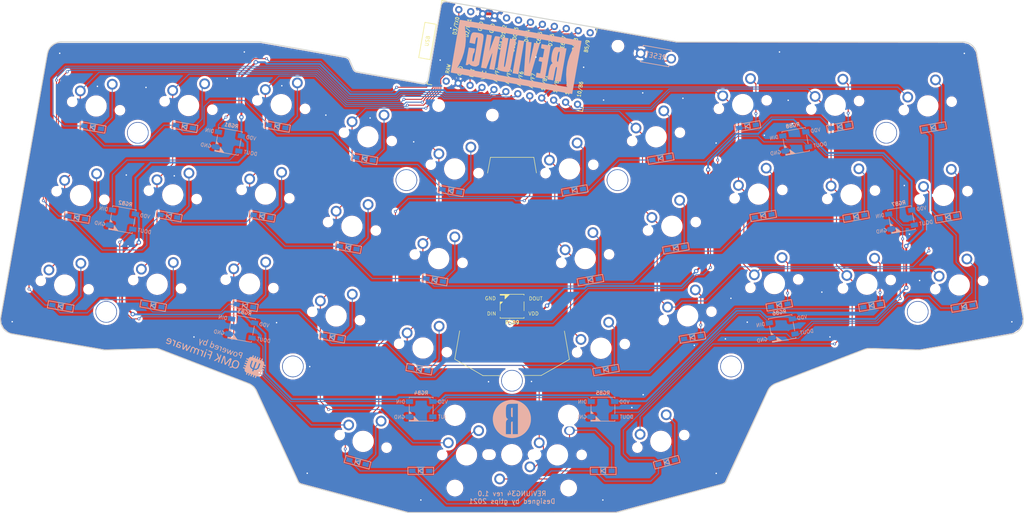
<source format=kicad_pcb>
(kicad_pcb (version 20221018) (generator pcbnew)
  (title_block (title "REVIUNG34") (date "2021-03-17") (rev "1"))
  (layers (0 "F.Cu" signal) (31 "B.Cu" signal) (34 "B.Paste" user) (35 "F.Paste" user) (36 "B.SilkS" user "B.Silkscreen") (37 "F.SilkS" user "F.Silkscreen") (38 "B.Mask" user) (39 "F.Mask" user) (44 "Edge.Cuts" user))
  (net 0 "")
  (net 1 "Net-(D1-Pad2)")
  (net 2 "row0")
  (net 3 "Net-(D2-Pad2)")
  (net 4 "Net-(D3-Pad2)")
  (net 5 "Net-(D4-Pad2)")
  (net 6 "Net-(D5-Pad2)")
  (net 7 "Net-(D6-Pad2)")
  (net 8 "row1")
  (net 9 "Net-(D7-Pad2)")
  (net 10 "Net-(D8-Pad2)")
  (net 11 "Net-(D9-Pad2)")
  (net 12 "Net-(D10-Pad2)")
  (net 13 "Net-(D11-Pad2)")
  (net 14 "row2")
  (net 15 "Net-(D12-Pad2)")
  (net 16 "Net-(D13-Pad2)")
  (net 17 "Net-(D14-Pad2)")
  (net 18 "Net-(D15-Pad2)")
  (net 19 "Net-(D16-Pad2)")
  (net 20 "row3")
  (net 21 "Net-(D17-Pad2)")
  (net 22 "Net-(D18-Pad2)")
  (net 23 "Net-(D19-Pad2)")
  (net 24 "Net-(D20-Pad2)")
  (net 25 "Net-(D21-Pad2)")
  (net 26 "Net-(D22-Pad2)")
  (net 27 "Net-(D23-Pad2)")
  (net 28 "Net-(D24-Pad2)")
  (net 29 "Net-(D25-Pad2)")
  (net 30 "Net-(D26-Pad2)")
  (net 31 "Net-(D27-Pad2)")
  (net 32 "Net-(D28-Pad2)")
  (net 33 "Net-(D29-Pad2)")
  (net 34 "Net-(D30-Pad2)")
  (net 35 "Net-(D31-Pad2)")
  (net 36 "Net-(D32-Pad2)")
  (net 37 "Net-(D33-Pad2)")
  (net 38 "Net-(D34-Pad2)")
  (net 39 "reset")
  (net 40 "GND")
  (net 41 "LED")
  (net 42 "Net-(RGB1-Pad2)")
  (net 43 "VCC")
  (net 44 "Net-(RGB2-Pad2)")
  (net 45 "Net-(RGB3-Pad2)")
  (net 46 "Net-(RGB4-Pad2)")
  (net 47 "Net-(RGB5-Pad2)")
  (net 48 "Net-(RGB6-Pad2)")
  (net 49 "Net-(RGB7-Pad2)")
  (net 50 "Net-(RGB8-Pad2)")
  (net 51 "col0")
  (net 52 "col1")
  (net 53 "col2")
  (net 54 "col3")
  (net 55 "col4")
  (net 56 "col5")
  (net 57 "col6")
  (net 58 "col7")
  (net 59 "col8")
  (net 60 "Net-(U1-Pad2)")
  (net 61 "Net-(U1-Pad5)")
  (net 62 "Net-(U1-Pad6)")
  (net 63 "Net-(U1-Pad12)")
  (net 64 "Net-(U1-Pad24)")
  (net 65 "Net-(RGB9-Pad2)")
  (footprint "_reviung-kbd:LED_WS2812B_PLCC4_5.0x5.0mm_P3.2mm" (layer "F.Cu") (at 137.94 94.36 180)
    (fp_text reference "RGB9")
    (fp_text value "WS2812B")
  )
  (footprint "_reviung-kbd:MXOnly-1U-NoLED" (layer "F.Cu") (at 50.8 52.42 -10)
    (fp_text reference "SW1")
    (fp_text value "SW_PUSH")
  )
  (footprint "_reviung-kbd:MXOnly-1U-NoLED" (layer "F.Cu") (at 70.15 52.32 -10)
    (fp_text reference "SW2")
    (fp_text value "SW_PUSH")
  )
  (footprint "_reviung-kbd:MXOnly-1U-NoLED" (layer "F.Cu") (at 89.57 52.14 -10)
    (fp_text reference "SW3")
    (fp_text value "SW_PUSH")
  )
  (footprint "_reviung-kbd:MXOnly-1U-NoLED" (layer "F.Cu") (at 107.73 58.87 -10)
    (fp_text reference "SW4")
    (fp_text value "SW_PUSH")
  )
  (footprint "_reviung-kbd:MXOnly-1U-NoLED" (layer "F.Cu") (at 125.91 65.59 -10)
    (fp_text reference "SW5")
    (fp_text value "SW_PUSH")
  )
  (footprint "_reviung-kbd:MXOnly-1U-NoLED" (layer "F.Cu") (at 47.52 71.16 -10)
    (fp_text reference "SW6")
    (fp_text value "SW_PUSH")
  )
  (footprint "_reviung-kbd:MXOnly-1U-NoLED" (layer "F.Cu") (at 66.86 71.03 -10)
    (fp_text reference "SW7")
    (fp_text value "SW_PUSH")
  )
  (footprint "_reviung-kbd:MXOnly-1U-NoLED" (layer "F.Cu") (at 86.28 70.87 -10)
    (fp_text reference "SW8")
    (fp_text value "SW_PUSH")
  )
  (footprint "_reviung-kbd:MXOnly-1U-NoLED" (layer "F.Cu") (at 104.39 77.62 -10)
    (fp_text reference "SW9")
    (fp_text value "SW_PUSH")
  )
  (footprint "_reviung-kbd:MXOnly-1U-NoLED" (layer "F.Cu") (at 122.56 84.39 -10)
    (fp_text reference "SW10")
    (fp_text value "SW_PUSH")
  )
  (footprint "_reviung-kbd:MXOnly-1U-NoLED" (layer "F.Cu") (at 44.22 89.93 -10)
    (fp_text reference "SW11")
    (fp_text value "SW_PUSH")
  )
  (footprint "_reviung-kbd:MXOnly-1U-NoLED" (layer "F.Cu") (at 63.59 89.76 -10)
    (fp_text reference "SW12")
    (fp_text value "SW_PUSH")
  )
  (footprint "_reviung-kbd:MXOnly-1U-NoLED" (layer "F.Cu") (at 82.94 89.68 -10)
    (fp_text reference "SW13")
    (fp_text value "SW_PUSH")
  )
  (footprint "_reviung-kbd:MXOnly-1U-NoLED" (layer "F.Cu") (at 101.08 96.41 -10)
    (fp_text reference "SW14")
    (fp_text value "SW_PUSH")
  )
  (footprint "_reviung-kbd:MXOnly-1U-NoLED" (layer "F.Cu") (at 119.27 103.11 -10)
    (fp_text reference "SW15")
    (fp_text value "SW_PUSH")
  )
  (footprint "_reviung-kbd:MXOnly-1U-NoLED" (layer "F.Cu") (at 106.73 122.67 -15)
    (fp_text reference "SW16")
    (fp_text value "SW_PUSH")
  )
  (footprint "_reviung-kbd:MXOnly-1U-5pinRcut" (layer "F.Cu") (at 128.39 125.5)
    (fp_text reference "SW17")
    (fp_text value "SW_PUSH")
  )
  (footprint "_reviung-kbd:MXOnly-1U-5pinLcut" (layer "F.Cu") (at 147.43 125.5)
    (fp_text reference "SW18")
    (fp_text value "SW_PUSH")
  )
  (footprint "_reviung-kbd:MXOnly-1U-NoLED" (layer "F.Cu") (at 149.95 65.6 10)
    (fp_text reference "SW19")
    (fp_text value "SW_PUSH")
  )
  (footprint "_reviung-kbd:MXOnly-1U-NoLED" (layer "F.Cu") (at 168.09 58.87 10)
    (fp_text reference "SW20")
    (fp_text value "SW_PUSH")
  )
  (footprint "_reviung-kbd:MXOnly-1U-NoLED" (layer "F.Cu") (at 186.26 52.12 10)
    (fp_text reference "SW21")
    (fp_text value "SW_PUSH")
  )
  (footprint "_reviung-kbd:MXOnly-1U-NoLED" (layer "F.Cu") (at 205.61 52.25 10)
    (fp_text reference "SW22")
    (fp_text value "SW_PUSH")
  )
  (footprint "_reviung-kbd:MXOnly-1U-NoLED" (layer "F.Cu") (at 153.25 84.38 10)
    (fp_text reference "SW23")
    (fp_text value "SW_PUSH")
  )
  (footprint "_reviung-kbd:MXOnly-1U-NoLED" (layer "F.Cu") (at 171.41 77.61 10)
    (fp_text reference "SW24")
    (fp_text value "SW_PUSH")
  )
  (footprint "_reviung-kbd:MXOnly-1U-NoLED" (layer "F.Cu") (at 189.55 70.88 10)
    (fp_text reference "SW25")
    (fp_text value "SW_PUSH")
  )
  (footprint "_reviung-kbd:MXOnly-1U-NoLED" (layer "F.Cu") (at 208.95 71.01 10)
    (fp_text reference "SW26")
    (fp_text value "SW_PUSH")
  )
  (footprint "_reviung-kbd:MXOnly-1U-NoLED" (layer "F.Cu") (at 156.55 103.16 10)
    (fp_text reference "SW27")
    (fp_text value "SW_PUSH")
  )
  (footprint "_reviung-kbd:MXOnly-1U-NoLED" (layer "F.Cu") (at 174.7 96.38 10)
    (fp_text reference "SW28")
    (fp_text value "SW_PUSH")
  )
  (footprint "_reviung-kbd:MXOnly-1U-NoLED" (layer "F.Cu") (at 192.87 89.62 10)
    (fp_text reference "SW29")
    (fp_text value "SW_PUSH")
  )
  (footprint "_reviung-kbd:MXOnly-1U-NoLED" (layer "F.Cu") (at 212.25 89.75 10)
    (fp_text reference "SW30")
    (fp_text value "SW_PUSH")
  )
  (footprint "_reviung-kbd:MXOnly-1U-NoLED" (layer "F.Cu") (at 225.01 52.39 10)
    (fp_text reference "SW31")
    (fp_text value "SW_PUSH")
  )
  (footprint "_reviung-kbd:MXOnly-1U-NoLED" (layer "F.Cu") (at 228.32 71.13 10)
    (fp_text reference "SW32")
    (fp_text value "SW_PUSH")
  )
  (footprint "_reviung-kbd:MXOnly-1U-NoLED" (layer "F.Cu") (at 231.59 89.91 10)
    (fp_text reference "SW33")
    (fp_text value "SW_PUSH")
  )
  (footprint "_reviung-kbd:MXOnly-1U-NoLED" (layer "F.Cu") (at 169.09 122.66 15)
    (fp_text reference "SW34")
    (fp_text value "SW_PUSH")
  )
  (footprint "_reviung-kbd:MXOnly-2U-NoLED-or1Ux2" (layer "F.Cu") (at 137.87 125.46 180)
    (fp_text reference "SW35")
    (fp_text value "SW_PUSH")
  )
  (footprint "_reviung-kbd:ProMicro" (layer "F.Cu") (at 139.71 42.23 80)
    (fp_text reference "U1" hide)
    (fp_text value "ProMicro" hide)
  )
  (footprint "_reviung-kbd:HOLE_4.2mm" (layer "F.Cu") (at 59.54 58.03)
    (fp_text reference "H1" hide)
    (fp_text value "HOLE_4.2mm" hide)
  )
  (footprint "_reviung-kbd:HOLE_4.2mm" (layer "F.Cu") (at 52.92 95.54)
    (fp_text reference "H2" hide)
    (fp_text value "HOLE_4.2mm" hide)
  )
  (footprint "_reviung-kbd:HOLE_4.2mm" (layer "F.Cu") (at 92.02 106.97)
    (fp_text reference "H4" hide)
    (fp_text value "HOLE_4.2mm" hide)
  )
  (footprint "_reviung-kbd:HOLE_4.2mm" (layer "F.Cu") (at 115.8 67.94)
    (fp_text reference "H3" hide)
    (fp_text value "HOLE_4.2mm" hide)
  )
  (footprint "_reviung-kbd:HOLE_4.2mm" (layer "F.Cu") (at 137.91 109.96)
    (fp_text reference "H5" hide)
    (fp_text value "HOLE_4.2mm" hide)
  )
  (footprint "_reviung-kbd:HOLE_4.2mm" (layer "F.Cu") (at 183.8 106.98)
    (fp_text reference "H7" hide)
    (fp_text value "HOLE_4.2mm" hide)
  )
  (footprint "_reviung-kbd:HOLE_4.2mm" (layer "F.Cu") (at 160.02 67.94)
    (fp_text reference "H6" hide)
    (fp_text value "HOLE_4.2mm" hide)
  )
  (footprint "_reviung-kbd:HOLE_4.2mm" (layer "F.Cu") (at 216.32 58.02)
    (fp_text reference "H8" hide)
    (fp_text value "HOLE_4.2mm" hide)
  )
  (footprint "_reviung-kbd:HOLE_4.2mm" (layer "F.Cu") (at 222.91 95.53)
    (fp_text reference "H9" hide)
    (fp_text value "HOLE_4.2mm" hide)
  )
  (footprint "_reviung-kbd:HOLE_2.2mm" (layer "F.Cu") (at 122.56 52.32)
    (fp_text reference "Ref**")
    (fp_text value "Val**")
  )
  (footprint "_reviung-kbd:HOLE_2.2mm" (layer "F.Cu") (at 133.81 54.32)
    (fp_text reference "Ref**")
    (fp_text value "Val**")
  )
  (footprint "_reviung-kbd:HOLE_2.2mm" (layer "F.Cu") (at 160.11 39.87)
    (fp_text reference "Ref**")
    (fp_text value "Val**")
  )
  (footprint "_reviung-kbd:D3_SMD_1side" (layer "B.Cu") (at 50.08 56.9 -10)
    (fp_text reference "D1" hide)
    (fp_text value "1N4148W" hide)
  )
  (footprint "_reviung-kbd:D3_SMD_1side" (layer "B.Cu") (at 69.33 56.76 -10)
    (fp_text reference "D2" hide)
    (fp_text value "1N4148W" hide)
  )
  (footprint "_reviung-kbd:D3_SMD_1side" (layer "B.Cu") (at 88.71 56.71 -10)
    (fp_text reference "D3" hide)
    (fp_text value "1N4148W" hide)
  )
  (footprint "_reviung-kbd:D3_SMD_1side" (layer "B.Cu") (at 107.03 63.49 -10)
    (fp_text reference "D4" hide)
    (fp_text value "1N4148W" hide)
  )
  (footprint "_reviung-kbd:D3_SMD_1side" (layer "B.Cu") (at 125.11 70.2 -10)
    (fp_text reference "D5" hide)
    (fp_text value "1N4148W" hide)
  )
  (footprint "_reviung-kbd:D3_SMD_1side" (layer "B.Cu") (at 46.74 75.8 -10)
    (fp_text reference "D6" hide)
    (fp_text value "1N4148W" hide)
  )
  (footprint "_reviung-kbd:D3_SMD_1side" (layer "B.Cu") (at 66.05 75.49 -10)
    (fp_text reference "D7" hide)
    (fp_text value "1N4148W" hide)
  )
  (footprint "_reviung-kbd:D3_SMD_1side" (layer "B.Cu") (at 85.56 75.53 -10)
    (fp_text reference "D8" hide)
    (fp_text value "1N4148W" hide)
  )
  (footprint "_reviung-kbd:D3_SMD_1side" (layer "B.Cu") (at 103.61 82.1 -10)
    (fp_text reference "D9" hide)
    (fp_text value "1N4148W" hide)
  )
  (footprint "_reviung-kbd:D3_SMD_1side" (layer "B.Cu") (at 121.71 88.87 -10)
    (fp_text reference "D10" hide)
    (fp_text value "1N4148W" hide)
  )
  (footprint "_reviung-kbd:D3_SMD_1side" (layer "B.Cu") (at 43.37 94.42 -10)
    (fp_text reference "D11" hide)
    (fp_text value "1N4148W" hide)
  )
  (footprint "_reviung-kbd:D3_SMD_1side" (layer "B.Cu") (at 62.76 94.23 -10)
    (fp_text reference "D12" hide)
    (fp_text value "1N4148W" hide)
  )
  (footprint "_reviung-kbd:D3_SMD_1side" (layer "B.Cu") (at 81.98 94.26 -10)
    (fp_text reference "D13" hide)
    (fp_text value "1N4148W" hide)
  )
  (footprint "_reviung-kbd:D3_SMD_1side" (layer "B.Cu") (at 100.26 100.87 -10)
    (fp_text reference "D14" hide)
    (fp_text value "1N4148W" hide)
  )
  (footprint "_reviung-kbd:D3_SMD_1side" (layer "B.Cu") (at 118.48 107.56 -10)
    (fp_text reference "D15" hide)
    (fp_text value "1N4148W" hide)
  )
  (footprint "_reviung-kbd:D3_SMD_1side" (layer "B.Cu") (at 105.56 127.04 -15)
    (fp_text reference "D16" hide)
    (fp_text value "1N4148W" hide)
  )
  (footprint "_reviung-kbd:D3_SMD_1side" (layer "B.Cu") (at 118.8 128.85)
    (fp_text reference "D17" hide)
    (fp_text value "1N4148W" hide)
  )
  (footprint "_reviung-kbd:D3_SMD_1side" (layer "B.Cu") (at 157.02 128.85)
    (fp_text reference "D18" hide)
    (fp_text value "1N4148W" hide)
  )
  (footprint "_reviung-kbd:D3_SMD_1side" (layer "B.Cu") (at 151.06 70.12 10)
    (fp_text reference "D19" hide)
    (fp_text value "1N4148W" hide)
  )
  (footprint "_reviung-kbd:D3_SMD_1side" (layer "B.Cu") (at 169.06 63.43 10)
    (fp_text reference "D20" hide)
    (fp_text value "1N4148W" hide)
  )
  (footprint "_reviung-kbd:D3_SMD_1side" (layer "B.Cu") (at 187.26 56.69 10)
    (fp_text reference "D21" hide)
    (fp_text value "1N4148W" hide)
  )
  (footprint "_reviung-kbd:D3_SMD_1side" (layer "B.Cu") (at 206.6 56.78 10)
    (fp_text reference "D22" hide)
    (fp_text value "1N4148W" hide)
  )
  (footprint "_reviung-kbd:D3_SMD_1side" (layer "B.Cu") (at 154.35 88.91 10)
    (fp_text reference "D23" hide)
    (fp_text value "1N4148W" hide)
  )
  (footprint "_reviung-kbd:D3_SMD_1side" (layer "B.Cu") (at 172.25 82.25 10)
    (fp_text reference "D24" hide)
    (fp_text value "1N4148W" hide)
  )
  (footprint "_reviung-kbd:D3_SMD_1side" (layer "B.Cu") (at 190.54 75.44 10)
    (fp_text reference "D25" hide)
    (fp_text value "1N4148W" hide)
  )
  (footprint "_reviung-kbd:D3_SMD_1side" (layer "B.Cu") (at 209.99 75.59 10)
    (fp_text reference "D26" hide)
    (fp_text value "1N4148W" hide)
  )
  (footprint "_reviung-kbd:D3_SMD_1side" (layer "B.Cu") (at 157.61 107.72 10)
    (fp_text reference "D27" hide)
    (fp_text value "1N4148W" hide)
  )
  (footprint "_reviung-kbd:D3_SMD_1side" (layer "B.Cu") (at 175.71 100.92 10)
    (fp_text reference "D28" hide)
    (fp_text value "1N4148W" hide)
  )
  (footprint "_reviung-kbd:D3_SMD_1side" (layer "B.Cu") (at 193.9 94.18 10)
    (fp_text reference "D29" hide)
    (fp_text value "1N4148W" hide)
  )
  (footprint "_reviung-kbd:D3_SMD_1side" (layer "B.Cu") (at 213.27 94.25 10)
    (fp_text reference "D30" hide)
    (fp_text value "1N4148W" hide)
  )
  (footprint "_reviung-kbd:D3_SMD_1side" (layer "B.Cu") (at 226.16 56.92 10)
    (fp_text reference "D31" hide)
    (fp_text value "1N4148W" hide)
  )
  (footprint "_reviung-kbd:D3_SMD_1side" (layer "B.Cu") (at 229.25 75.73 10)
    (fp_text reference "D32" hide)
    (fp_text value "1N4148W" hide)
  )
  (footprint "_reviung-kbd:D3_SMD_1side" (layer "B.Cu") (at 232.64 94.43 10)
    (fp_text reference "D33" hide)
    (fp_text value "1N4148W" hide)
  )
  (footprint "_reviung-kbd:D3_SMD_1side" (layer "B.Cu") (at 170.31 127.03 15)
    (fp_text reference "D34" hide)
    (fp_text value "1N4148W" hide)
  )
  (footprint "_reviung-kbd:ResetSW_1side" (layer "B.Cu") (at 168.08 41.95 -10)
    (fp_text reference "RESET1" hide)
    (fp_text value "SW_PUSH")
  )
  (footprint "_reviung-kbd:LED_WS2812B_PLCC4_5.0x5.0mm_P3.2mm" (layer "B.Cu") (at 78.55 59.85 170)
    (fp_text reference "RGB1")
    (fp_text value "WS2812B")
  )
  (footprint "_reviung-kbd:LED_WS2812B_PLCC4_5.0x5.0mm_P3.2mm" (layer "B.Cu") (at 56.34 76.22 170)
    (fp_text reference "RGB2")
    (fp_text value "WS2812B")
  )
  (footprint "_reviung-kbd:LED_WS2812B_PLCC4_5.0x5.0mm_P3.2mm" (layer "B.Cu") (at 81.31 99.01 170)
    (fp_text reference "RGB3")
    (fp_text value "WS2812B")
  )
  (footprint "_reviung-kbd:LED_WS2812B_PLCC4_5.0x5.0mm_P3.2mm" (layer "B.Cu") (at 118.89 115.93 180)
    (fp_text reference "RGB4")
    (fp_text value "WS2812B")
  )
  (footprint "_reviung-kbd:LED_WS2812B_PLCC4_5.0x5.0mm_P3.2mm" (layer "B.Cu") (at 156.97 115.93 180)
    (fp_text reference "RGB5")
    (fp_text value "WS2812B")
  )
  (footprint "_reviung-kbd:LED_WS2812B_PLCC4_5.0x5.0mm_P3.2mm" (layer "B.Cu") (at 194.51 99.02 -170)
    (fp_text reference "RGB6")
    (fp_text value "WS2812B")
  )
  (footprint "_reviung-kbd:LED_WS2812B_PLCC4_5.0x5.0mm_P3.2mm" (layer "B.Cu") (at 219.51 76.2 -170)
    (fp_text reference "RGB7")
    (fp_text value "WS2812B")
  )
  (footprint "_reviung-kbd:LED_WS2812B_PLCC4_5.0x5.0mm_P3.2mm" (layer "B.Cu") (at 197.33 59.83 -170)
    (fp_text reference "RGB8")
    (fp_text value "WS2812B")
  )
  (footprint "_reviung-kbd:QMK-x4-ver1" (layer "B.Cu") (at 75.96 104.11 160)
    (fp_text reference "G***" hide)
    (fp_text value "LOGO" hide)
  )
  (footprint "_reviung-kbd:reviung-logo" (layer "B.Cu") (at 138.75 42 170)
    (fp_text reference "G***" hide)
    (fp_text value "LOGO" hide)
  )
  (footprint "_reviung-kbd:R-x4-ver1" (layer "B.Cu") (at 137.91 117.96 180)
    (fp_text reference "G***" hide)
    (fp_text value "LOGO" hide)
  )
  (gr_line (start 133.41 63.17) (end 142.49 63.17) (stroke (width 0.12)) (layer "F.SilkS"))
  (gr_line (start 148.89 99.55) (end 149.94 105.5) (stroke (width 0.12)) (layer "F.SilkS"))
  (gr_line (start 142.49 63.17) (end 143.04 66.44) (stroke (width 0.12)) (layer "F.SilkS"))
  (gr_line (start 131.84 108.9) (end 135.55 108.89) (stroke (width 0.12)) (layer "F.SilkS"))
  (gr_line (start 149.94 105.5) (end 144.04 108.86) (stroke (width 0.12)) (layer "F.SilkS"))
  (gr_line (start 126.96 99.51) (end 125.92 105.45) (stroke (width 0.12)) (layer "F.SilkS"))
  (gr_line (start 132.8 66.47) (end 133.41 63.17) (stroke (width 0.12)) (layer "F.SilkS"))
  (gr_line (start 144.04 108.86) (end 140.29 108.86) (stroke (width 0.12)) (layer "F.SilkS"))
  (gr_line (start 125.92 105.45) (end 131.84 108.9) (stroke (width 0.12)) (layer "F.SilkS"))
  (gr_curve (pts (xy 182.105793 131.590117) (xy 182.414052 131.507582) (xy 182.664409 131.28288) (xy 182.779662 130.985301)) (stroke (width 0.2)) (layer "Edge.Cuts"))
  (gr_curve (pts (xy 223.597398 103.481067) (xy 223.597398 103.481067) (xy 242.608016 100.176225) (xy 242.608016 100.176225)) (stroke (width 0.2)) (layer "Edge.Cuts"))
  (gr_curve (pts (xy 191.513763 112.083214) (xy 191.84121 111.374564) (xy 192.43199 110.82146) (xy 193.160652 110.541355)) (stroke (width 0.2)) (layer "Edge.Cuts"))
  (gr_curve (pts (xy 30.809115 96.693933) (xy 30.520429 98.326397) (xy 31.610535 99.883552) (xy 33.243229 100.17093)) (stroke (width 0.2)) (layer "Edge.Cuts"))
  (gr_curve (pts (xy 52.88451 103.522948) (xy 52.88451 103.522948) (xy 63.011018 103.21652) (xy 63.011018 103.21652)) (stroke (width 0.2)) (layer "Edge.Cuts"))
  (gr_curve (pts (xy 40.582406 41.466435) (xy 40.582406 41.466435) (xy 30.809115 96.693933) (xy 30.809115 96.693933)) (stroke (width 0.2)) (layer "Edge.Cuts"))
  (gr_curve (pts (xy 172.568228 38.988975) (xy 172.568228 38.988975) (xy 124.216765 30.532213) (xy 124.216765 30.532213)) (stroke (width 0.2)) (layer "Edge.Cuts"))
  (gr_curve (pts (xy 119.158787 47.693706) (xy 119.158787 47.693706) (xy 105.456322 45.252278) (xy 105.456322 45.252278)) (stroke (width 0.2)) (layer "Edge.Cuts"))
  (gr_curve (pts (xy 235.304362 41.467996) (xy 235.051536 40.034249) (xy 233.805812 38.988975) (xy 232.349945 38.988975)) (stroke (width 0.2)) (layer "Edge.Cuts"))
  (gr_curve (pts (xy 245.041942 96.700743) (xy 245.041942 96.700743) (xy 235.304362 41.467996) (xy 235.304362 41.467996)) (stroke (width 0.2)) (layer "Edge.Cuts"))
  (gr_curve (pts (xy 212.866566 103.216592) (xy 212.866566 103.216592) (xy 222.992541 103.524014) (xy 222.992541 103.524014)) (stroke (width 0.2)) (layer "Edge.Cuts"))
  (gr_curve (pts (xy 120.319015 46.882814) (xy 120.223012 47.427419) (xy 119.703216 47.79071) (xy 119.158787 47.693706)) (stroke (width 0.2)) (layer "Edge.Cuts"))
  (gr_curve (pts (xy 64.177823 103.414776) (xy 64.177823 103.414776) (xy 82.723549 110.54113) (xy 82.723549 110.54113)) (stroke (width 0.2)) (layer "Edge.Cuts"))
  (gr_curve (pts (xy 211.699091 103.414981) (xy 212.071202 103.271938) (xy 212.468092 103.204494) (xy 212.866566 103.216592)) (stroke (width 0.2)) (layer "Edge.Cuts"))
  (gr_curve (pts (xy 84.371394 112.084401) (xy 84.371394 112.084401) (xy 93.10476 131.00805) (xy 93.10476 131.00805)) (stroke (width 0.2)) (layer "Edge.Cuts"))
  (gr_curve (pts (xy 123.058288 31.343422) (xy 123.058288 31.343422) (xy 120.319015 46.882814) (xy 120.319015 46.882814)) (stroke (width 0.2)) (layer "Edge.Cuts"))
  (gr_curve (pts (xy 82.723549 110.54113) (xy 83.452827 110.821362) (xy 84.044018 111.375034) (xy 84.371394 112.084401)) (stroke (width 0.2)) (layer "Edge.Cuts"))
  (gr_curve (pts (xy 63.011018 103.21652) (xy 63.409259 103.20447) (xy 63.805912 103.271866) (xy 64.177823 103.414776)) (stroke (width 0.2)) (layer "Edge.Cuts"))
  (gr_curve (pts (xy 85.185952 38.988975) (xy 85.185952 38.988975) (xy 43.536576 38.988851) (xy 43.536576 38.988851)) (stroke (width 0.2)) (layer "Edge.Cuts"))
  (gr_curve (pts (xy 193.160652 110.541355) (xy 193.160652 110.541355) (xy 211.699091 103.414981) (xy 211.699091 103.414981)) (stroke (width 0.2)) (layer "Edge.Cuts"))
  (gr_curve (pts (xy 33.243229 100.17093) (xy 33.243229 100.17093) (xy 52.28 103.48) (xy 52.28 103.48)) (stroke (width 0.2)) (layer "Edge.Cuts"))
  (gr_curve (pts (xy 103.14207 42.17056) (xy 103.14207 42.17056) (xy 85.185952 38.988975) (xy 85.185952 38.988975)) (stroke (width 0.2)) (layer "Edge.Cuts"))
  (gr_curve (pts (xy 105.456322 45.252278) (xy 105.126543 45.19352) (xy 104.848087 44.973548) (xy 104.714585 44.666328)) (stroke (width 0.2)) (layer "Edge.Cuts"))
  (gr_curve (pts (xy 159.715143 137.589783) (xy 159.715143 137.589783) (xy 182.105793 131.590117) (xy 182.105793 131.590117)) (stroke (width 0.2)) (layer "Edge.Cuts"))
  (gr_curve (pts (xy 103.88475 42.756677) (xy 103.751113 42.449146) (xy 103.472239 42.229061) (xy 103.14207 42.17056)) (stroke (width 0.2)) (layer "Edge.Cuts"))
  (gr_curve (pts (xy 222.992541 103.524014) (xy 223.195093 103.530164) (xy 223.397747 103.515774) (xy 223.597398 103.481067)) (stroke (width 0.2)) (layer "Edge.Cuts"))
  (gr_curve (pts (xy 124.216765 30.532213) (xy 123.672848 30.436302) (xy 123.15417 30.799499) (xy 123.058288 31.343422)) (stroke (width 0.2)) (layer "Edge.Cuts"))
  (gr_curve (pts (xy 104.714585 44.666328) (xy 104.714585 44.666328) (xy 103.88475 42.756677) (xy 103.88475 42.756677)) (stroke (width 0.2)) (layer "Edge.Cuts"))
  (gr_curve (pts (xy 43.536576 38.988851) (xy 42.081257 38.988848) (xy 40.835834 40.033351) (xy 40.582406 41.466435)) (stroke (width 0.2)) (layer "Edge.Cuts"))
  (gr_curve (pts (xy 93.778781 131.612249) (xy 93.778781 131.612249) (xy 116.151731 137.589783) (xy 116.151731 137.589783)) (stroke (width 0.2)) (layer "Edge.Cuts"))
  (gr_curve (pts (xy 232.349945 38.988975) (xy 232.349945 38.988975) (xy 172.568228 38.988975) (xy 172.568228 38.988975)) (stroke (width 0.2)) (layer "Edge.Cuts"))
  (gr_curve (pts (xy 52.28 103.48) (xy 52.479537 103.514685) (xy 52.682073 103.529074) (xy 52.88451 103.522948)) (stroke (width 0.2)) (layer "Edge.Cuts"))
  (gr_curve (pts (xy 93.10476 131.00805) (xy 93.220204 131.305427) (xy 93.470598 131.529883) (xy 93.778781 131.612249)) (stroke (width 0.2)) (layer "Edge.Cuts"))
  (gr_curve (pts (xy 242.608016 100.176225) (xy 244.239934 99.888732) (xy 245.329705 98.332613) (xy 245.041942 96.700743)) (stroke (width 0.2)) (layer "Edge.Cuts"))
  (gr_curve (pts (xy 116.151731 137.589783) (xy 116.151731 137.589783) (xy 159.715143 137.589783) (xy 159.715143 137.589783)) (stroke (width 0.2)) (layer "Edge.Cuts"))
  (gr_curve (pts (xy 182.779662 130.985301) (xy 182.779662 130.985301) (xy 191.513763 112.083214) (xy 191.513763 112.083214)) (stroke (width 0.2)) (layer "Edge.Cuts"))
  (gr_text "REVIUNG34 rev 1.0\nDesigned by gtips 2021" (at 137.91 134.42) (layer "B.SilkS") (effects (font (size 1 1)) (justify mirror)))
  (segment (start 51.828034 57.208226) (end 54.183544 54.852716) (width 0.2) (layer "B.Cu") (net 1))
  (segment (start 54.183544 54.852716) (end 54.183544 54.383544) (width 0.2) (layer "B.Cu") (net 1))
  (segment (start 54.183544 47.858243) (end 54.183544 54.383544) (width 0.2) (layer "B.Cu") (net 1))
  (segment (start 160.383383 63.738226) (end 153.42917 70.692439) (width 0.2) (layer "B.Cu") (net 2))
  (segment (start 52.49 60.75) (end 48.331966 56.591966) (width 0.2) (layer "B.Cu") (net 2))
  (segment (start 123.361966 69.891774) (end 124.859083 71.388891) (width 0.2) (layer "B.Cu") (net 2))
  (segment (start 167.721994 64.148254) (end 178.361938 64.148254) (width 0.2) (layer "B.Cu") (net 2))
  (segment (start 67.581966 56.451774) (end 65.048226 56.451774) (width 0.2) (layer "B.Cu") (net 2))
  (segment (start 106.779083 64.678891) (end 118.149083 64.678891) (width 0.2) (layer "B.Cu") (net 2))
  (segment (start 149.576179 70.692439) (end 149.311966 70.428226) (width 0.2) (layer "B.Cu") (net 2))
  (segment (start 73.42314 56.25686) (end 73.42314 52.57686) (width 0.2) (layer "B.Cu") (net 2))
  (segment (start 105.281966 63.181774) (end 105.181774 63.181774) (width 0.2) (layer "B.Cu") (net 2))
  (segment (start 41.75 46.75) (end 41.75 54.25) (width 0.2) (layer "B.Cu") (net 2))
  (segment (start 133.028824 50.080752) (end 123.962148 50.080752) (width 0.2) (layer "B.Cu") (net 2))
  (segment (start 100.25 58.25) (end 88.810192 58.25) (width 0.2) (layer "B.Cu") (net 2))
  (segment (start 69.079083 57.948891) (end 71.759946 57.948891) (width 0.2) (layer "B.Cu") (net 2))
  (segment (start 187.658254 57.408254) (end 189.591746 57.408254) (width 0.2) (layer "B.Cu") (net 2))
  (segment (start 105.281966 63.181774) (end 106.779083 64.678891) (width 0.2) (layer "B.Cu") (net 2))
  (segment (start 148.351301 71.388891) (end 149.311966 70.428226) (width 0.2) (layer "B.Cu") (net 2))
  (segment (start 124.859083 71.388891) (end 148.351301 71.388891) (width 0.2) (layer "B.Cu") (net 2))
  (segment (start 113.668624 50.44998) (end 103.812009 50.44998) (width 0.2) (layer "B.Cu") (net 2))
  (segment (start 189.591746 57.408254) (end 192.25 54.75) (width 0.2) (layer "B.Cu") (net 2))
  (segment (start 105.181774 63.181774) (end 100.25 58.25) (width 0.2) (layer "B.Cu") (net 2))
  (segment (start 192.25 54.75) (end 202.51374 54.75) (width 0.2) (layer "B.Cu") (net 2))
  (segment (start 88.810192 58.25) (end 88.405096 57.844904) (width 0.2) (layer "B.Cu") (net 2))
  (segment (start 123.475524 49.594132) (end 114.524471 49.594132) (width 0.2) (layer "B.Cu") (net 2))
  (segment (start 48.331966 56.591966) (end 48.331966 56.591774) (width 0.2) (layer "B.Cu") (net 2))
  (segment (start 123.962148 50.080752) (end 123.475526 49.59413) (width 0.2) (layer "B.Cu") (net 2))
  (segment (start 134.136381 48.973195) (end 133.028824 50.080752) (width 0.2) (layer "B.Cu") (net 2))
  (segment (start 44.40001 44.09999) (end 41.75 46.75) (width 0.2) (layer "B.Cu") (net 2))
  (segment (start 73.42314 56.285697) (end 73.42314 56.25686) (width 0.2) (layer "B.Cu") (net 2))
  (segment (start 73.42314 52.57686) (end 74.75 51.25) (width 0.2) (layer "B.Cu") (net 2))
  (segment (start 44.091774 56.591774) (end 41.75 54.25) (width 0.2) (layer "B.Cu") (net 2))
  (segment (start 67.581966 56.451774) (end 69.079083 57.948891) (width 0.2) (layer "B.Cu") (net 2))
  (segment (start 178.361938 64.148254) (end 185.511966 56.998226) (width 0.2) (layer "B.Cu") (net 2))
  (segment (start 118.149083 64.678891) (end 123.361966 69.891774) (width 0.2) (layer "B.Cu") (net 2))
  (segment (start 103.812009 50.44998) (end 97.462019 44.09999) (width 0.2) (layer "B.Cu") (net 2))
  (segment (start 187.248226 56.998226) (end 187.658254 57.408254) (width 0.2) (layer "B.Cu") (net 2))
  (segment (start 97.462019 44.09999) (end 44.40001 44.09999) (width 0.2) (layer "B.Cu") (net 2))
  (segment (start 60.75 60.75) (end 52.49 60.75) (width 0.2) (layer "B.Cu") (net 2))
  (segment (start 123.475526 49.59413) (end 123.475524 49.594132) (width 0.2) (layer "B.Cu") (net 2))
  (segment (start 167.311966 63.738226) (end 167.721994 64.148254) (width 0.2) (layer "B.Cu") (net 2))
  (segment (start 85.155096 54.594904) (end 86.961966 56.401774) (width 0.2) (layer "B.Cu") (net 2))
  (segment (start 71.759946 57.948891) (end 73.42314 56.285697) (width 0.2) (layer "B.Cu") (net 2))
  (segment (start 65.048226 56.451774) (end 60.75 60.75) (width 0.2) (layer "B.Cu") (net 2))
  (segment (start 202.51374 54.75) (end 204.851966 57.088226) (width 0.2) (layer "B.Cu") (net 2))
  (segment (start 167.311966 63.738226) (end 160.383383 63.738226) (width 0.2) (layer "B.Cu") (net 2))
  (segment (start 153.42917 70.692439) (end 149.576179 70.692439) (width 0.2) (layer "B.Cu") (net 2))
  (segment (start 48.331966 56.591774) (end 44.091774 56.591774) (width 0.2) (layer "B.Cu") (net 2))
  (segment (start 86.961966 56.401774) (end 88.405096 57.844904) (width 0.2) (layer "B.Cu") (net 2))
  (segment (start 74.75 51.25) (end 81.810192 51.25) (width 0.2) (layer "B.Cu") (net 2))
  (segment (start 114.524471 49.594132) (end 113.668624 50.44998) (width 0.2) (layer "B.Cu") (net 2))
  (segment (start 185.511966 56.998226) (end 187.248226 56.998226) (width 0.2) (layer "B.Cu") (net 2))
  (segment (start 81.810192 51.25) (end 85.155096 54.594904) (width 0.2) (layer "B.Cu") (net 2))
  (segment (start 73.02313 48.268657) (end 73.533544 47.758243) (width 0.2) (layer "B.Cu") (net 3))
  (segment (start 73.02313 55.12313) (end 73.02313 54.91313) (width 0.2) (layer "B.Cu") (net 3))
  (segment (start 71.078034 57.068226) (end 73.02313 55.12313) (width 0.2) (layer "B.Cu") (net 3))
  (segment (start 73.02313 54.91313) (end 73.02313 48.268657) (width 0.2) (layer "B.Cu") (net 3))
  (segment (start 92.953544 54.522716) (end 90.458034 57.018226) (width 0.2) (layer "B.Cu") (net 4))
  (segment (start 92.953544 47.578243) (end 92.953544 54.522716) (width 0.2) (layer "B.Cu") (net 4))
  (segment (start 111.113544 61.462716) (end 108.778034 63.798226) (width 0.2) (layer "B.Cu") (net 5))
  (segment (start 111.113544 54.308243) (end 111.113544 61.462716) (width 0.2) (layer "B.Cu") (net 5))
  (segment (start 129.293544 61.028243) (end 129.293544 68.072716) (width 0.2) (layer "B.Cu") (net 6))
  (segment (start 129.293544 68.072716) (end 126.858034 70.508226) (width 0.2) (layer "B.Cu") (net 6))
  (segment (start 50.903544 73.692716) (end 48.488034 76.108226) (width 0.2) (layer "B.Cu") (net 7))
  (segment (start 50.903544 66.598243) (end 50.903544 73.692716) (width 0.2) (layer "B.Cu") (net 7))
  (segment (start 39.75 72.25) (end 39.75 72.25) (width 0.2) (layer "F.Cu") (net 8))
  (segment (start 39.75 67.75) (end 39.75 72.25) (width 0.2) (layer "F.Cu") (net 8))
  (segment (start 42.5 47) (end 42.5 65) (width 0.2) (layer "F.Cu") (net 8))
  (segment (start 42.5 65) (end 39.75 67.75) (width 0.2) (layer "F.Cu") (net 8))
  (via (at 42.5 47) (size 0.6) (drill 0.3) (layers "F.Cu" "B.Cu") (net 8))
  (via (at 39.75 72.25) (size 0.6) (drill 0.3) (layers "F.Cu" "B.Cu") (net 8))
  (segment (start 42.5 47) (end 42.5 47) (width 0.2) (layer "B.Cu") (net 8))
  (segment (start 101.861966 81.791774) (end 101.881774 81.791774) (width 0.2) (layer "B.Cu") (net 8))
  (segment (start 44.991966 75.491774) (end 42.991774 75.491774) (width 0.2) (layer "B.Cu") (net 8))
  (segment (start 119.961966 88.561774) (end 108.651774 88.561774) (width 0.2) (layer "B.Cu") (net 8))
  (segment (start 90.381966 81.791774) (end 89.300096 80.709904) (width 0.2) (layer "B.Cu") (net 8))
  (segment (start 133.640078 50.035196) (end 133.194513 50.480762) (width 0.2) (layer "B.Cu") (net 8))
  (segment (start 136.637792 49.414262) (end 136.016858 50.035196) (width 0.2) (layer "B.Cu") (net 8))
  (segment (start 83.811966 75.221774) (end 89.300096 80.709904) (width 0.2) (layer "B.Cu") (net 8))
  (segment (start 136.016858 50.035196) (end 133.640078 50.035196) (width 0.2) (layer "B.Cu") (net 8))
  (segment (start 119.983992 88.561774) (end 121.571109 90.148891) (width 0.2) (layer "B.Cu") (net 8))
  (segment (start 61.4 78.18) (end 61.4 81.6) (width 0.2) (layer "B.Cu") (net 8))
  (segment (start 188.791966 75.748226) (end 189.201994 76.158254) (width 0.2) (layer "B.Cu") (net 8))
  (segment (start 151.671301 90.148891) (end 152.601966 89.218226) (width 0.2) (layer "B.Cu") (net 8))
  (segment (start 103.64632 50.84999) (end 97.29633 44.5) (width 0.2) (layer "B.Cu") (net 8))
  (segment (start 133.194513 50.480762) (end 123.79646 50.480762) (width 0.2) (layer "B.Cu") (net 8))
  (segment (start 170.501966 82.558226) (end 170.766179 82.822439) (width 0.2) (layer "B.Cu") (net 8))
  (segment (start 61.4 78.08374) (end 61.4 78.18) (width 0.2) (layer "B.Cu") (net 8))
  (segment (start 44.575736 44.5) (end 42.5 46.575736) (width 0.2) (layer "B.Cu") (net 8))
  (segment (start 123.30984 49.994142) (end 114.69016 49.994142) (width 0.2) (layer "B.Cu") (net 8))
  (segment (start 52.075192 82.575) (end 44.991966 75.491774) (width 0.2) (layer "B.Cu") (net 8))
  (segment (start 97.29633 44.5) (end 44.575736 44.5) (width 0.2) (layer "B.Cu") (net 8))
  (segment (start 42.5 46.575736) (end 42.5 47) (width 0.2) (layer "B.Cu") (net 8))
  (segment (start 64.301966 75.181774) (end 61.4 78.08374) (width 0.2) (layer "B.Cu") (net 8))
  (segment (start 163.431938 89.628254) (end 170.501966 82.558226) (width 0.2) (layer "B.Cu") (net 8))
  (segment (start 152.601966 89.218226) (end 153.011994 89.628254) (width 0.2) (layer "B.Cu") (net 8))
  (segment (start 101.861966 81.791774) (end 90.381966 81.791774) (width 0.2) (layer "B.Cu") (net 8))
  (segment (start 113.834312 50.84999) (end 103.64632 50.84999) (width 0.2) (layer "B.Cu") (net 8))
  (segment (start 44.991966 75.491774) (end 44.991774 75.491774) (width 0.2) (layer "B.Cu") (net 8))
  (segment (start 123.79646 50.480762) (end 123.30984 49.994142) (width 0.2) (layer "B.Cu") (net 8))
  (segment (start 119.961966 88.561774) (end 119.983992 88.561774) (width 0.2) (layer "B.Cu") (net 8))
  (segment (start 114.69016 49.994142) (end 113.834312 50.84999) (width 0.2) (layer "B.Cu") (net 8))
  (segment (start 65.206774 75.181774) (end 66.903891 76.878891) (width 0.2) (layer "B.Cu") (net 8))
  (segment (start 61.4 81.6) (end 60.425 82.575) (width 0.2) (layer "B.Cu") (net 8))
  (segment (start 42.991774 75.491774) (end 39.75 72.25) (width 0.2) (layer "B.Cu") (net 8))
  (segment (start 64.301966 75.181774) (end 65.206774 75.181774) (width 0.2) (layer "B.Cu") (net 8))
  (segment (start 108.651774 88.561774) (end 108.08 87.99) (width 0.2) (layer "B.Cu") (net 8))
  (segment (start 66.903891 76.878891) (end 82.154849 76.878891) (width 0.2) (layer "B.Cu") (net 8))
  (segment (start 181.717753 82.822439) (end 188.791966 75.748226) (width 0.2) (layer "B.Cu") (net 8))
  (segment (start 82.154849 76.878891) (end 83.811966 75.221774) (width 0.2) (layer "B.Cu") (net 8))
  (segment (start 207.981938 76.158254) (end 208.241966 75.898226) (width 0.2) (layer "B.Cu") (net 8))
  (segment (start 60.425 82.575) (end 52.075192 82.575) (width 0.2) (layer "B.Cu") (net 8))
  (segment (start 153.011994 89.628254) (end 163.431938 89.628254) (width 0.2) (layer "B.Cu") (net 8))
  (segment (start 121.571109 90.148891) (end 151.671301 90.148891) (width 0.2) (layer "B.Cu") (net 8))
  (segment (start 189.201994 76.158254) (end 207.981938 76.158254) (width 0.2) (layer "B.Cu") (net 8))
  (segment (start 170.766179 82.822439) (end 181.717753 82.822439) (width 0.2) (layer "B.Cu") (net 8))
  (segment (start 101.881774 81.791774) (end 108.08 87.99) (width 0.2) (layer "B.Cu") (net 8))
  (segment (start 67.798034 75.798226) (end 70.243544 73.352716) (width 0.2) (layer "B.Cu") (net 9))
  (segment (start 70.243544 66.468243) (end 70.243544 73.266456) (width 0.2) (layer "B.Cu") (net 9))
  (segment (start 70.243544 73.352716) (end 70.243544 73.266456) (width 0.2) (layer "B.Cu") (net 9))
  (segment (start 89.663544 66.308243) (end 89.663544 73.482716) (width 0.2) (layer "B.Cu") (net 10))
  (segment (start 89.663544 73.482716) (end 87.308034 75.838226) (width 0.2) (layer "B.Cu") (net 10))
  (segment (start 105.358034 82.408226) (end 107.773544 79.992716) (width 0.2) (layer "B.Cu") (net 11))
  (segment (start 107.773544 73.058243) (end 107.773544 79.796456) (width 0.2) (layer "B.Cu") (net 11))
  (segment (start 107.773544 79.992716) (end 107.773544 79.796456) (width 0.2) (layer "B.Cu") (net 11))
  (segment (start 123.458034 89.178226) (end 125.943544 86.692716) (width 0.2) (layer "B.Cu") (net 12))
  (segment (start 125.943544 86.353544) (end 125.943544 86.632716) (width 0.2) (layer "B.Cu") (net 12))
  (segment (start 125.943544 86.692716) (end 125.943544 86.353544) (width 0.2) (layer "B.Cu") (net 12))
  (segment (start 125.943544 79.828243) (end 125.943544 86.353544) (width 0.2) (layer "B.Cu") (net 12))
  (segment (start 45.118034 94.728226) (end 47.603544 92.242716) (width 0.2) (layer "B.Cu") (net 13))
  (segment (start 47.603544 92.242716) (end 47.603544 92.132716) (width 0.2) (layer "B.Cu") (net 13))
  (segment (start 47.603544 85.368243) (end 47.603544 92.132716) (width 0.2) (layer "B.Cu") (net 13))
  (segment (start 36.75 90.75) (end 36.75 90.75) (width 0.2) (layer "F.Cu") (net 14))
  (segment (start 42.90001 49.15001) (end 42.90001 65.165689) (width 0.2) (layer "F.Cu") (net 14))
  (segment (start 40.15001 71.700008) (end 40.350001 71.899999) (width 0.2) (layer "F.Cu") (net 14))
  (segment (start 44.75 45.25) (end 43.100001 46.899999) (width 0.2) (layer "F.Cu") (net 14))
  (segment (start 43.100001 47.399999) (end 42.90001 47.59999) (width 0.2) (layer "F.Cu") (net 14))
  (segment (start 43.100001 46.899999) (end 43.100001 47.399999) (width 0.2) (layer "F.Cu") (net 14))
  (segment (start 36.75 86.75) (end 36.75 90.75) (width 0.2) (layer "F.Cu") (net 14))
  (segment (start 40.350001 83.149999) (end 36.75 86.75) (width 0.2) (layer "F.Cu") (net 14))
  (segment (start 40.350001 71.899999) (end 40.350001 83.149999) (width 0.2) (layer "F.Cu") (net 14))
  (segment (start 42.90001 65.165689) (end 40.15001 67.915688) (width 0.2) (layer "F.Cu") (net 14))
  (segment (start 42.90001 48.5) (end 42.90001 49.15001) (width 0.2) (layer "F.Cu") (net 14))
  (segment (start 42.90001 47.59999) (end 42.90001 49.15001) (width 0.2) (layer "F.Cu") (net 14))
  (segment (start 40.15001 67.915688) (end 40.15001 71.700008) (width 0.2) (layer "F.Cu") (net 14))
  (via (at 44.75 45.25) (size 0.6) (drill 0.3) (layers "F.Cu" "B.Cu") (net 14))
  (via (at 36.75 90.75) (size 0.6) (drill 0.3) (layers "F.Cu" "B.Cu") (net 14))
  (segment (start 44.75 45.25) (end 44.75 45.25) (width 0.2) (layer "B.Cu") (net 14))
  (segment (start 173.961966 101.228226) (end 174.226179 101.492439) (width 0.2) (layer "B.Cu") (net 14))
  (segment (start 114 51.25) (end 114.825002 50.424998) (width 0.2) (layer "B.Cu") (net 14))
  (segment (start 41.370192 94.25) (end 41.371966 94.251774) (width 0.2) (layer "B.Cu") (net 14))
  (segment (start 103.480632 51.25) (end 114 51.25) (width 0.2) (layer "B.Cu") (net 14))
  (segment (start 122.825002 50.424998) (end 123.174998 50.424998) (width 0.2) (layer "B.Cu") (net 14))
  (segment (start 40.111774 94.111774) (end 39.53 93.53) (width 0.2) (layer "B.Cu") (net 14))
  (segment (start 174.226179 101.492439) (end 178.07917 101.492439) (width 0.2) (layer "B.Cu") (net 14))
  (segment (start 211.181938 94.898254) (end 211.521966 94.558226) (width 0.2) (layer "B.Cu") (net 14))
  (segment (start 116.731966 107.241966) (end 111.648891 102.158891) (width 0.2) (layer "B.Cu") (net 14))
  (segment (start 154.58374 106.75) (end 124.25 106.75) (width 0.2) (layer "B.Cu") (net 14))
  (segment (start 45.05002 44.94998) (end 97.180612 44.94998) (width 0.2) (layer "B.Cu") (net 14))
  (segment (start 36.75 90.75) (end 39.53 93.53) (width 0.2) (layer "B.Cu") (net 14))
  (segment (start 48.937107 95.748891) (end 51.695999 92.989999) (width 0.2) (layer "B.Cu") (net 14))
  (segment (start 116.731966 107.251966) (end 118.73 109.25) (width 0.2) (layer "B.Cu") (net 14))
  (segment (start 98.511966 100.561774) (end 98.511966 100.561966) (width 0.2) (layer "B.Cu") (net 14))
  (segment (start 60.080191 92.989999) (end 61.011966 93.921774) (width 0.2) (layer "B.Cu") (net 14))
  (segment (start 121.75 109.25) (end 118.73 109.25) (width 0.2) (layer "B.Cu") (net 14))
  (segment (start 61.021774 93.921774) (end 62.658891 95.558891) (width 0.2) (layer "B.Cu") (net 14))
  (segment (start 98.511966 100.561774) (end 98.511774 100.561774) (width 0.2) (layer "B.Cu") (net 14))
  (segment (start 116.731966 107.251774) (end 116.731966 107.241966) (width 0.2) (layer "B.Cu") (net 14))
  (segment (start 98.511966 100.561966) (end 100.108891 102.158891) (width 0.2) (layer "B.Cu") (net 14))
  (segment (start 78.591106 93.951774) (end 80.231966 93.951774) (width 0.2) (layer "B.Cu") (net 14))
  (segment (start 184.75 94.821609) (end 191.818583 94.821609) (width 0.2) (layer "B.Cu") (net 14))
  (segment (start 62.658891 95.558891) (end 63.521109 95.558891) (width 0.2) (layer "B.Cu") (net 14))
  (segment (start 61.011966 93.921774) (end 61.021774 93.921774) (width 0.2) (layer "B.Cu") (net 14))
  (segment (start 155.861966 108.028226) (end 156.271994 108.438254) (width 0.2) (layer "B.Cu") (net 14))
  (segment (start 166.751938 108.438254) (end 173.961966 101.228226) (width 0.2) (layer "B.Cu") (net 14))
  (segment (start 100.108891 102.158891) (end 111.141109 102.158891) (width 0.2) (layer "B.Cu") (net 14))
  (segment (start 76.983989 95.558891) (end 78.591106 93.951774) (width 0.2) (layer "B.Cu") (net 14))
  (segment (start 63.521109 95.558891) (end 76.983989 95.558891) (width 0.2) (layer "B.Cu") (net 14))
  (segment (start 192.561994 94.898254) (end 211.181938 94.898254) (width 0.2) (layer "B.Cu") (net 14))
  (segment (start 116.731966 107.251774) (end 116.731966 107.251966) (width 0.2) (layer "B.Cu") (net 14))
  (segment (start 155.861966 108.028226) (end 154.58374 106.75) (width 0.2) (layer "B.Cu") (net 14))
  (segment (start 133.740974 50.5) (end 133.360202 50.880772) (width 0.2) (layer "B.Cu") (net 14))
  (segment (start 114.825002 50.424998) (end 122.825002 50.424998) (width 0.2) (layer "B.Cu") (net 14))
  (segment (start 124.25 106.75) (end 121.75 109.25) (width 0.2) (layer "B.Cu") (net 14))
  (segment (start 123.174997 50.424998) (end 122.825002 50.424998) (width 0.2) (layer "B.Cu") (net 14))
  (segment (start 41.621966 94.111966) (end 43.258891 95.748891) (width 0.2) (layer "B.Cu") (net 14))
  (segment (start 97.180612 44.94998) (end 103.480632 51.25) (width 0.2) (layer "B.Cu") (net 14))
  (segment (start 41.621966 94.111774) (end 40.111774 94.111774) (width 0.2) (layer "B.Cu") (net 14))
  (segment (start 178.07917 101.492439) (end 184.75 94.821609) (width 0.2) (layer "B.Cu") (net 14))
  (segment (start 98.511774 100.561774) (end 93.398891 95.448891) (width 0.2) (layer "B.Cu") (net 14))
  (segment (start 133.360202 50.880772) (end 123.630771 50.880772) (width 0.2) (layer "B.Cu") (net 14))
  (segment (start 81.451774 93.951774) (end 80.231966 93.951774) (width 0.2) (layer "B.Cu") (net 14))
  (segment (start 45.05002 44.94998) (end 44.75 45.25) (width 0.2) (layer "B.Cu") (net 14))
  (segment (start 138.494532 50.5) (end 133.740974 50.5) (width 0.2) (layer "B.Cu") (net 14))
  (segment (start 192.151966 94.488226) (end 192.561994 94.898254) (width 0.2) (layer "B.Cu") (net 14))
  (segment (start 191.818583 94.821609) (end 192.151966 94.488226) (width 0.2) (layer "B.Cu") (net 14))
  (segment (start 41.621966 94.111774) (end 41.621966 94.111966) (width 0.2) (layer "B.Cu") (net 14))
  (segment (start 156.271994 108.438254) (end 166.751938 108.438254) (width 0.2) (layer "B.Cu") (net 14))
  (segment (start 81.609781 93.951774) (end 81.451774 93.951774) (width 0.2) (layer "B.Cu") (net 14))
  (segment (start 123.630771 50.880772) (end 123.174997 50.424998) (width 0.2) (layer "B.Cu") (net 14))
  (segment (start 139.139204 49.855328) (end 138.494532 50.5) (width 0.2) (layer "B.Cu") (net 14))
  (segment (start 83.106898 95.448891) (end 81.609781 93.951774) (width 0.2) (layer "B.Cu") (net 14))
  (segment (start 93.398891 95.448891) (end 83.106898 95.448891) (width 0.2) (layer "B.Cu") (net 14))
  (segment (start 51.695999 92.989999) (end 60.080191 92.989999) (width 0.2) (layer "B.Cu") (net 14))
  (segment (start 111.141109 102.158891) (end 111.349083 102.158891) (width 0.2) (layer "B.Cu") (net 14))
  (segment (start 111.648891 102.158891) (end 111.141109 102.158891) (width 0.2) (layer "B.Cu") (net 14))
  (segment (start 43.258891 95.748891) (end 48.937107 95.748891) (width 0.2) (layer "B.Cu") (net 14))
  (segment (start 66.973544 92.072716) (end 66.973544 92.063544) (width 0.2) (layer "B.Cu") (net 15))
  (segment (start 64.508034 94.538226) (end 66.973544 92.072716) (width 0.2) (layer "B.Cu") (net 15))
  (segment (start 66.973544 85.198243) (end 66.973544 92.063544) (width 0.2) (layer "B.Cu") (net 15))
  (segment (start 86.323544 85.118243) (end 86.323544 91.972716) (width 0.2) (layer "B.Cu") (net 16))
  (segment (start 86.323544 91.972716) (end 83.728034 94.568226) (width 0.2) (layer "B.Cu") (net 16))
  (segment (start 104.463544 98.722716) (end 104.463544 98.692716) (width 0.2) (layer "B.Cu") (net 17))
  (segment (start 104.463544 91.848243) (end 104.463544 98.692716) (width 0.2) (layer "B.Cu") (net 17))
  (segment (start 102.008034 101.178226) (end 104.463544 98.722716) (width 0.2) (layer "B.Cu") (net 17))
  (segment (start 122.653544 105.442716) (end 122.653544 105.312716) (width 0.2) (layer "B.Cu") (net 18))
  (segment (start 122.653544 98.548243) (end 122.653544 105.312716) (width 0.2) (layer "B.Cu") (net 18))
  (segment (start 120.228034 107.868226) (end 122.653544 105.442716) (width 0.2) (layer "B.Cu") (net 18))
  (segment (start 109.373253 119.545496) (end 109.373253 125.043253) (width 0.2) (layer "B.Cu") (net 19))
  (segment (start 109.373253 125.043253) (end 109.373253 125.300669) (width 0.2) (layer "B.Cu") (net 19))
  (segment (start 110.498252 118.420497) (end 109.373253 119.545496) (width 0.2) (layer "B.Cu") (net 19))
  (segment (start 109.373253 125.400669) (end 109.373253 125.043253) (width 0.2) (layer "B.Cu") (net 19))
  (segment (start 107.274518 127.499404) (end 109.373253 125.400669) (width 0.2) (layer "B.Cu") (net 19))
  (segment (start 140.5 72.25) (end 140.5 72.25) (width 0.2) (layer "F.Cu") (net 20))
  (segment (start 103 122.5) (end 110 115.5) (width 0.2) (layer "F.Cu") (net 20))
  (segment (start 103 124.25) (end 103 122.5) (width 0.2) (layer "F.Cu") (net 20))
  (segment (start 110 102.5) (end 110 115.5) (width 0.2) (layer "F.Cu") (net 20))
  (segment (start 113.5 99) (end 110 102.5) (width 0.2) (layer "F.Cu") (net 20))
  (segment (start 113.5 74.5) (end 113.5 99) (width 0.2) (layer "F.Cu") (net 20))
  (segment (start 141.640616 50.296395) (end 141.640616 70.390616) (width 0.2) (layer "F.Cu") (net 20))
  (segment (start 141.640616 70.390616) (end 141.640616 71.109384) (width 0.2) (layer "F.Cu") (net 20))
  (segment (start 141.640616 71.109384) (end 140.5 72.25) (width 0.2) (layer "F.Cu") (net 20))
  (via (at 103 124.25) (size 0.6) (drill 0.3) (layers "F.Cu" "B.Cu") (net 20))
  (via (at 113.5 74.5) (size 0.6) (drill 0.3) (layers "F.Cu" "B.Cu") (net 20))
  (via (at 140.5 72.25) (size 0.6) (drill 0.3) (layers "F.Cu" "B.Cu") (net 20))
  (segment (start 103 124.25) (end 103 124.25) (width 0.2) (layer "B.Cu") (net 20))
  (segment (start 113.5 74.5) (end 113.5 74.5) (width 0.2) (layer "B.Cu") (net 20))
  (segment (start 167.11 126.5) (end 162.5 126.5) (width 0.2) (layer "B.Cu") (net 20))
  (segment (start 201.08111 97.91889) (end 197.907096 101.092904) (width 0.2) (layer "B.Cu") (net 20))
  (segment (start 146.15 128.85) (end 155.245 128.85) (width 0.2) (layer "B.Cu") (net 20))
  (segment (start 227.738226 94.738226) (end 225.25 92.25) (width 0.2) (layer "B.Cu") (net 20))
  (segment (start 230.96374 79.5) (end 230.96374 85.121542) (width 0.2) (layer "B.Cu") (net 20))
  (segment (start 138.711099 72.25) (end 138.25 71.788901) (width 0.2) (layer "B.Cu") (net 20))
  (segment (start 106.57 128.85) (end 117.025 128.85) (width 0.2) (layer "B.Cu") (net 20))
  (segment (start 230.96374 85.121542) (end 234.25 88.407802) (width 0.2) (layer "B.Cu") (net 20))
  (segment (start 162.5 119) (end 162.551547 119) (width 0.2) (layer "B.Cu") (net 20))
  (segment (start 196.424564 101.092904) (end 195.43014 100.09848) (width 0.2) (layer "B.Cu") (net 20))
  (segment (start 162.5 126.5) (end 161.25 125.25) (width 0.2) (layer "B.Cu") (net 20))
  (segment (start 225.75 74.28626) (end 225.75 58.56626) (width 0.2) (layer "B.Cu") (net 20))
  (segment (start 116.211099 71.788901) (end 113.5 74.5) (width 0.2) (layer "B.Cu") (net 20))
  (segment (start 102.99 125.725114) (end 102.99 124.26) (width 0.2) (layer "B.Cu") (net 20))
  (segment (start 214.471089 97.91889) (end 201.08111 97.91889) (width 0.2) (layer "B.Cu") (net 20))
  (segment (start 225.75 58.56626) (end 224.411966 57.228226) (width 0.2) (layer "B.Cu") (net 20))
  (segment (start 161.25 120.301546) (end 163.150773 118.400773) (width 0.2) (layer "B.Cu") (net 20))
  (segment (start 197.907096 101.092904) (end 196.424564 101.092904) (width 0.2) (layer "B.Cu") (net 20))
  (segment (start 195.43014 100.09848) (end 181.453067 100.09848) (width 0.2) (layer "B.Cu") (net 20))
  (segment (start 167.606078 126.5) (end 167.11 126.5) (width 0.2) (layer "B.Cu") (net 20))
  (segment (start 225.25 92.25) (end 221 92.25) (width 0.2) (layer "B.Cu") (net 20))
  (segment (start 167 131) (end 157.395 131) (width 0.2) (layer "B.Cu") (net 20))
  (segment (start 139.25 135.75) (end 146.15 128.85) (width 0.2) (layer "B.Cu") (net 20))
  (segment (start 227.501966 76.038226) (end 230.96374 79.5) (width 0.2) (layer "B.Cu") (net 20))
  (segment (start 163.150773 118.400773) (end 162.5 119.051548) (width 0.2) (layer "B.Cu") (net 20))
  (segment (start 227.501966 76.038226) (end 225.75 74.28626) (width 0.2) (layer "B.Cu") (net 20))
  (segment (start 218.511409 93.87857) (end 214.471089 97.91889) (width 0.2) (layer "B.Cu") (net 20))
  (segment (start 219.37143 93.87857) (end 218.511409 93.87857) (width 0.2) (layer "B.Cu") (net 20))
  (segment (start 168.595482 127.489404) (end 168.595482 129.404518) (width 0.2) (layer "B.Cu") (net 20))
  (segment (start 234.25 88.407802) (end 234.25 91.5) (width 0.2) (layer "B.Cu") (net 20))
  (segment (start 168.405 129.595) (end 167 131) (width 0.2) (layer "B.Cu") (net 20))
  (segment (start 157.395 131) (end 155.245 128.85) (width 0.2) (layer "B.Cu") (net 20))
  (segment (start 161.25 125.25) (end 161.25 120.301546) (width 0.2) (layer "B.Cu") (net 20))
  (segment (start 140.5 72.25) (end 138.711099 72.25) (width 0.2) (layer "B.Cu") (net 20))
  (segment (start 117.025 128.85) (end 117.35 128.85) (width 0.2) (layer "B.Cu") (net 20))
  (segment (start 168.595482 127.489404) (end 167.606078 126.5) (width 0.2) (layer "B.Cu") (net 20))
  (segment (start 234.25 91.5) (end 231.011774 94.738226) (width 0.2) (layer "B.Cu") (net 20))
  (segment (start 103.845482 126.580596) (end 106.114886 128.85) (width 0.2) (layer "B.Cu") (net 20))
  (segment (start 138.25 71.788901) (end 116.211099 71.788901) (width 0.2) (layer "B.Cu") (net 20))
  (segment (start 230.891966 94.738226) (end 227.738226 94.738226) (width 0.2) (layer "B.Cu") (net 20))
  (segment (start 181.453067 100.09848) (end 163.150773 118.400773) (width 0.2) (layer "B.Cu") (net 20))
  (segment (start 106.114886 128.85) (end 106.57 128.85) (width 0.2) (layer "B.Cu") (net 20))
  (segment (start 117.35 128.85) (end 124.25 135.75) (width 0.2) (layer "B.Cu") (net 20))
  (segment (start 168.595482 129.404518) (end 168.405 129.595) (width 0.2) (layer "B.Cu") (net 20))
  (segment (start 102.99 124.26) (end 103 124.25) (width 0.2) (layer "B.Cu") (net 20))
  (segment (start 103.845482 126.580596) (end 102.99 125.725114) (width 0.2) (layer "B.Cu") (net 20))
  (segment (start 231.011774 94.738226) (end 230.891966 94.738226) (width 0.2) (layer "B.Cu") (net 20))
  (segment (start 124.25 135.75) (end 139.25 135.75) (width 0.2) (layer "B.Cu") (net 20))
  (segment (start 221 92.25) (end 219.37143 93.87857) (width 0.2) (layer "B.Cu") (net 20))
  (segment (start 121.645026 128.85) (end 120.575 128.85) (width 0.2) (layer "B.Cu") (net 21))
  (segment (start 130.93 120.42) (end 130.075026 120.42) (width 0.2) (layer "B.Cu") (net 21))
  (segment (start 130.075026 120.42) (end 121.645026 128.85) (width 0.2) (layer "B.Cu") (net 21))
  (segment (start 149.97 127.78) (end 147.21 130.54) (width 0.2) (layer "F.Cu") (net 22))
  (segment (start 149.97 120.34) (end 149.97 127.78) (width 0.2) (layer "F.Cu") (net 22))
  (segment (start 147.21 130.54) (end 140.29 130.54) (width 0.2) (layer "F.Cu") (net 22))
  (segment (start 140.29 130.54) (end 135.33 130.54) (width 0.2) (layer "F.Cu") (net 22))
  (segment (start 158.795 123.795) (end 155.34 120.34) (width 0.2) (layer "B.Cu") (net 22))
  (segment (start 155.34 120.34) (end 149.97 120.34) (width 0.2) (layer "B.Cu") (net 22))
  (segment (start 158.795 128.85) (end 158.795 123.795) (width 0.2) (layer "B.Cu") (net 22))
  (segment (start 152.808034 69.811774) (end 152.808034 61.394865) (width 0.2) (layer "B.Cu") (net 23))
  (segment (start 152.808034 61.394865) (end 151.569279 60.15611) (width 0.2) (layer "B.Cu") (net 23))
  (segment (start 170.808034 54.524865) (end 169.709279 53.42611) (width 0.2) (layer "B.Cu") (net 24))
  (segment (start 170.808034 63.121774) (end 170.808034 54.524865) (width 0.2) (layer "B.Cu") (net 24))
  (segment (start 189.008034 53.991966) (end 189.008034 47.804865) (width 0.2) (layer "F.Cu") (net 25))
  (segment (start 189.008034 47.804865) (end 187.879279 46.67611) (width 0.2) (layer "F.Cu") (net 25))
  (via (at 189.008034 53.991966) (size 0.6) (drill 0.3) (layers "F.Cu" "B.Cu") (net 25))
  (segment (start 189.008034 56.381774) (end 189.008034 53.991966) (width 0.2) (layer "B.Cu") (net 25))
  (segment (start 208.348034 53.901966) (end 208.348034 47.924865) (width 0.2) (layer "F.Cu") (net 26))
  (segment (start 208.348034 47.924865) (end 207.229279 46.80611) (width 0.2) (layer "F.Cu") (net 26))
  (via (at 208.348034 53.901966) (size 0.6) (drill 0.3) (layers "F.Cu" "B.Cu") (net 26))
  (segment (start 208.348034 56.471774) (end 208.348034 53.901966) (width 0.2) (layer "B.Cu") (net 26))
  (segment (start 156.098034 80.164865) (end 154.869279 78.93611) (width 0.2) (layer "B.Cu") (net 27))
  (segment (start 156.098034 88.601774) (end 156.098034 80.164865) (width 0.2) (layer "B.Cu") (net 27))
  (segment (start 173.998034 81.941774) (end 173.998034 73.134865) (width 0.2) (layer "B.Cu") (net 28))
  (segment (start 173.998034 73.134865) (end 173.029279 72.16611) (width 0.2) (layer "B.Cu") (net 28))
  (segment (start 192.288034 75.131774) (end 192.288034 66.554865) (width 0.2) (layer "B.Cu") (net 29))
  (segment (start 192.288034 66.554865) (end 191.169279 65.43611) (width 0.2) (layer "B.Cu") (net 29))
  (segment (start 211.738034 75.281774) (end 211.738034 66.734865) (width 0.2) (layer "B.Cu") (net 30))
  (segment (start 211.738034 66.734865) (end 210.569279 65.56611) (width 0.2) (layer "B.Cu") (net 30))
  (segment (start 159.358034 107.411774) (end 159.358034 98.904865) (width 0.2) (layer "B.Cu") (net 31))
  (segment (start 159.358034 98.904865) (end 158.169279 97.71611) (width 0.2) (layer "B.Cu") (net 31))
  (segment (start 177.458034 98.291966) (end 177.458034 92.074865) (width 0.2) (layer "F.Cu") (net 32))
  (segment (start 177.458034 92.074865) (end 176.319279 90.93611) (width 0.2) (layer "F.Cu") (net 32))
  (via (at 177.458034 98.291966) (size 0.6) (drill 0.3) (layers "F.Cu" "B.Cu") (net 32))
  (segment (start 177.458034 100.611774) (end 177.458034 98.291966) (width 0.2) (layer "B.Cu") (net 32))
  (segment (start 195.648034 91.601966) (end 195.648034 85.334865) (width 0.2) (layer "F.Cu") (net 33))
  (segment (start 195.648034 85.334865) (end 194.489279 84.17611) (width 0.2) (layer "F.Cu") (net 33))
  (via (at 195.648034 91.601966) (size 0.6) (drill 0.3) (layers "F.Cu" "B.Cu") (net 33))
  (segment (start 195.648034 93.871774) (end 195.648034 91.601966) (width 0.2) (layer "B.Cu") (net 33))
  (segment (start 215.018034 85.454865) (end 213.869279 84.30611) (width 0.2) (layer "F.Cu") (net 34))
  (segment (start 215.018034 91.481966) (end 215.018034 85.454865) (width 0.2) (layer "F.Cu") (net 34))
  (via (at 215.018034 91.481966) (size 0.6) (drill 0.3) (layers "F.Cu" "B.Cu") (net 34))
  (segment (start 215.018034 93.941774) (end 215.018034 91.481966) (width 0.2) (layer "B.Cu") (net 34))
  (segment (start 227.908034 48.224865) (end 226.629279 46.94611) (width 0.2) (layer "B.Cu") (net 35))
  (segment (start 227.908034 56.611774) (end 227.908034 48.224865) (width 0.2) (layer "B.Cu") (net 35))
  (segment (start 230.998034 66.744865) (end 229.939279 65.68611) (width 0.2) (layer "B.Cu") (net 36))
  (segment (start 230.998034 75.421774) (end 230.998034 66.744865) (width 0.2) (layer "B.Cu") (net 36))
  (segment (start 235 93.5) (end 235 86.256831) (width 0.2) (layer "B.Cu") (net 37))
  (segment (start 235 86.256831) (end 233.209279 84.46611) (width 0.2) (layer "B.Cu") (net 37))
  (segment (start 234.388034 94.121774) (end 234.388034 94.111966) (width 0.2) (layer "B.Cu") (net 37))
  (segment (start 234.388034 94.111966) (end 235 93.5) (width 0.2) (layer "B.Cu") (net 37))
  (segment (start 171.996477 118.863523) (end 170.228651 117.095696) (width 0.2) (layer "B.Cu") (net 38))
  (segment (start 172.024518 126.570596) (end 172.024518 118.891564) (width 0.2) (layer "B.Cu") (net 38))
  (segment (start 172.024518 118.891564) (end 171.996477 118.863523) (width 0.2) (layer "B.Cu") (net 38))
  (segment (start 129.133557 48.091063) (end 129.133557 45.869174) (width 0.2) (layer "F.Cu") (net 39))
  (segment (start 130.5 44.502731) (end 134.974446 44.502731) (width 0.2) (layer "F.Cu") (net 39))
  (segment (start 134.974446 44.502731) (end 141.769945 37.70723) (width 0.2) (layer "F.Cu") (net 39))
  (segment (start 170.794982 43) (end 156.5 43) (width 0.2) (layer "F.Cu") (net 39))
  (segment (start 156.5 43) (end 151.20723 37.70723) (width 0.2) (layer "F.Cu") (net 39))
  (segment (start 141.769945 37.70723) (end 151.20723 37.70723) (width 0.2) (layer "F.Cu") (net 39))
  (segment (start 171.096788 42.698194) (end 171.280625 42.514357) (width 0.2) (layer "F.Cu") (net 39))
  (segment (start 129.133557 45.869174) (end 130.5 44.502731) (width 0.2) (layer "F.Cu") (net 39))
  (segment (start 171.280625 42.514357) (end 170.794982 43) (width 0.2) (layer "F.Cu") (net 39))
  (segment (start 135.49 53.631998) (end 131.652132 49.79413) (width 0.6) (layer "F.Cu") (net 40))
  (segment (start 133.836828 33.102289) (end 134.277894 33.543355) (width 0.6) (layer "F.Cu") (net 40))
  (segment (start 135.49 92.76) (end 135.49 53.631998) (width 0.6) (layer "F.Cu") (net 40))
  (segment (start 131.776482 33.102289) (end 133.836828 33.102289) (width 0.6) (layer "F.Cu") (net 40))
  (segment (start 128.77628 49.79413) (end 126.632146 47.649996) (width 0.6) (layer "F.Cu") (net 40))
  (segment (start 131.652132 49.79413) (end 128.77628 49.79413) (width 0.6) (layer "F.Cu") (net 40))
  (via (at 173.725 50.8) (size 0.6) (drill 0.3) (layers "F.Cu" "B.Cu") (net 40))
  (via (at 163.025 115.575) (size 0.6) (drill 0.3) (layers "F.Cu" "B.Cu") (net 40))
  (via (at 43.175 41.375) (size 0.6) (drill 0.3) (layers "F.Cu" "B.Cu") (net 40))
  (via (at 78.25 46.65) (size 0.6) (drill 0.3) (layers "F.Cu" "B.Cu") (net 40))
  (via (at 51.075 48.3) (size 0.6) (drill 0.3) (layers "F.Cu" "B.Cu") (net 40))
  (via (at 89.7 48.175) (size 0.6) (drill 0.3) (layers "F.Cu" "B.Cu") (net 40))
  (via (at 190.775 58.55) (size 0.6) (drill 0.3) (layers "F.Cu" "B.Cu") (net 40))
  (via (at 122.875 42.8) (size 0.6) (drill 0.3) (layers "F.Cu" "B.Cu") (net 40))
  (via (at 57.125 66.875) (size 0.6) (drill 0.3) (layers "F.Cu" "B.Cu") (net 40))
  (via (at 33.225 97.6) (size 0.6) (drill 0.3) (layers "F.Cu" "B.Cu") (net 40))
  (via (at 221.175 79.275) (size 0.6) (drill 0.3) (layers "F.Cu" "B.Cu") (net 40))
  (via (at 202.825 91.4) (size 0.6) (drill 0.3) (layers "F.Cu" "B.Cu") (net 40))
  (via (at 223.3 88.975) (size 0.6) (drill 0.3) (layers "F.Cu" "B.Cu") (net 40))
  (via (at 196.65 56.125) (size 0.6) (drill 0.3) (layers "F.Cu" "B.Cu") (net 40))
  (via (at 182.625 101.2) (size 0.6) (drill 0.3) (layers "F.Cu" "B.Cu") (net 40))
  (via (at 187.2 97.7) (size 0.6) (drill 0.3) (layers "F.Cu" "B.Cu") (net 40))
  (via (at 157.1 51.175) (size 0.6) (drill 0.3) (layers "F.Cu" "B.Cu") (net 40))
  (via (at 118.825 134.95) (size 0.6) (drill 0.3) (layers "F.Cu" "B.Cu") (net 40))
  (via (at 108.2 54.925) (size 0.6) (drill 0.3) (layers "F.Cu" "B.Cu") (net 40))
  (via (at 180.675 60.175) (size 0.6) (drill 0.3) (layers "F.Cu" "B.Cu") (net 40))
  (via (at 204.525 100.8) (size 0.6) (drill 0.3) (layers "F.Cu" "B.Cu") (net 40))
  (via (at 220.1 69.075) (size 0.6) (drill 0.3) (layers "F.Cu" "B.Cu") (net 40))
  (via (at 95.55 107) (size 0.6) (drill 0.3) (layers "F.Cu" "B.Cu") (net 40))
  (via (at 142 110.125) (size 0.6) (drill 0.3) (layers "F.Cu" "B.Cu") (net 40))
  (via (at 156.95 134.95) (size 0.6) (drill 0.3) (layers "F.Cu" "B.Cu") (net 40))
  (via (at 98.925 54.325) (size 0.6) (drill 0.3) (layers "F.Cu" "B.Cu") (net 40))
  (via (at 165.4 112.9) (size 0.6) (drill 0.3) (layers "F.Cu" "B.Cu") (net 40))
  (via (at 232.675 41.4) (size 0.6) (drill 0.3) (layers "F.Cu" "B.Cu") (net 40))
  (via (at 88.6 97.8) (size 0.6) (drill 0.3) (layers "F.Cu" "B.Cu") (net 40))
  (via (at 165.3 49.675) (size 0.6) (drill 0.3) (layers "F.Cu" "B.Cu") (net 40))
  (via (at 61.25 48.525) (size 0.6) (drill 0.3) (layers "F.Cu" "B.Cu") (net 40))
  (via (at 183.775 92.7) (size 0.6) (drill 0.3) (layers "F.Cu" "B.Cu") (net 40))
  (via (at 95.025 129.35) (size 0.6) (drill 0.3) (layers "F.Cu" "B.Cu") (net 40))
  (via (at 180.7 129.375) (size 0.6) (drill 0.3) (layers "F.Cu" "B.Cu") (net 40))
  (via (at 193.95 41.1) (size 0.6) (drill 0.3) (layers "F.Cu" "B.Cu") (net 40))
  (via (at 125.1 36.1) (size 0.6) (drill 0.3) (layers "F.Cu" "B.Cu") (net 40))
  (via (at 133 110.175) (size 0.6) (drill 0.3) (layers "F.Cu" "B.Cu") (net 40))
  (via (at 242.625 97.625) (size 0.6) (drill 0.3) (layers "F.Cu" "B.Cu") (net 40))
  (via (at 117.325 59.925) (size 0.6) (drill 0.3) (layers "F.Cu" "B.Cu") (net 40))
  (via (at 81.85 41.1) (size 0.6) (drill 0.3) (layers "F.Cu" "B.Cu") (net 40))
  (via (at 67.175 67.05) (size 0.6) (drill 0.3) (layers "F.Cu" "B.Cu") (net 40))
  (via (at 176.1 102.55) (size 0.6) (drill 0.3) (layers "F.Cu" "B.Cu") (net 40))
  (via (at 195.775 51.225) (size 0.6) (drill 0.3) (layers "F.Cu" "B.Cu") (net 40))
  (via (at 152.925 44.3) (size 0.6) (drill 0.3) (layers "F.Cu" "B.Cu") (net 40))
  (via (at 57.5 81.75) (size 0.6) (drill 0.3) (layers "F.Cu" "B.Cu") (net 40))
  (via (at 71.3 100.8) (size 0.6) (drill 0.3) (layers "F.Cu" "B.Cu") (net 40))
  (via (at 142.925 42.175) (size 0.6) (drill 0.3) (layers "F.Cu" "B.Cu") (net 40))
  (segment (start 159.278111 38.333887) (end 159.341999 38.269999) (width 0.6) (layer "B.Cu") (net 40))
  (segment (start 126.632146 38.246625) (end 131.776482 33.102289) (width 0.6) (layer "B.Cu") (net 40))
  (segment (start 126.632146 47.649996) (end 126.632146 38.246625) (width 0.6) (layer "B.Cu") (net 40))
  (segment (start 134.277894 33.543355) (end 139.068426 38.333887) (width 0.6) (layer "B.Cu") (net 40))
  (segment (start 161.763731 38.269999) (end 164.879375 41.385643) (width 0.6) (layer "B.Cu") (net 40))
  (segment (start 139.068426 38.333887) (end 159.278111 38.333887) (width 0.6) (layer "B.Cu") (net 40))
  (segment (start 159.341999 38.269999) (end 161.763731 38.269999) (width 0.6) (layer "B.Cu") (net 40))
  (segment (start 113.75 48.5) (end 113.75 48.5) (width 0.2) (layer "F.Cu") (net 41))
  (segment (start 86.5 42.5) (end 86.5 42.5) (width 0.2) (layer "F.Cu") (net 41))
  (segment (start 80.740606 52.009394) (end 80.740606 45.649392) (width 0.2) (layer "F.Cu") (net 41))
  (segment (start 126.773659 40.16575) (end 120.99995 45.939458) (width 0.2) (layer "F.Cu") (net 41))
  (segment (start 83.889998 42.5) (end 86.5 42.5) (width 0.2) (layer "F.Cu") (net 41))
  (segment (start 120.99995 47.50005) (end 120 48.5) (width 0.2) (layer "F.Cu") (net 41))
  (segment (start 126.773659 32.220156) (end 126.773659 40.16575) (width 0.2) (layer "F.Cu") (net 41))
  (segment (start 120.99995 45.939458) (end 120.99995 47.50005) (width 0.2) (layer "F.Cu") (net 41))
  (segment (start 120 48.5) (end 113.75 48.5) (width 0.2) (layer "F.Cu") (net 41))
  (segment (start 80.740606 45.649392) (end 83.889998 42.5) (width 0.2) (layer "F.Cu") (net 41))
  (segment (start 78 54.75) (end 80.740606 52.009394) (width 0.2) (layer "F.Cu") (net 41))
  (via (at 86.5 42.5) (size 0.6) (drill 0.3) (layers "F.Cu" "B.Cu") (net 41))
  (via (at 113.75 48.5) (size 0.6) (drill 0.3) (layers "F.Cu" "B.Cu") (net 41))
  (via (at 78 54.75) (size 0.6) (drill 0.3) (layers "F.Cu" "B.Cu") (net 41))
  (segment (start 78 54.75) (end 78 54.75) (width 0.2) (layer "B.Cu") (net 41))
  (segment (start 76.415058 56.334942) (end 78 54.75) (width 0.2) (layer "B.Cu") (net 41))
  (segment (start 76.415058 57.84887) (end 76.415058 56.334942) (width 0.2) (layer "B.Cu") (net 41))
  (segment (start 104.226229 49.44996) (end 112.80004 49.44996) (width 0.2) (layer "B.Cu") (net 41))
  (segment (start 97.876239 43.09997) (end 104.226229 49.44996) (width 0.2) (layer "B.Cu") (net 41))
  (segment (start 112.80004 49.44996) (end 113.75 48.5) (width 0.2) (layer "B.Cu") (net 41))
  (segment (start 86.5 42.5) (end 87.09997 43.09997) (width 0.2) (layer "B.Cu") (net 41))
  (segment (start 87.09997 43.09997) (end 97.876239 43.09997) (width 0.2) (layer "B.Cu") (net 41))
  (segment (start 78.786072 63.75) (end 80.684942 61.85113) (width 0.2) (layer "B.Cu") (net 42))
  (segment (start 54.205058 74.21887) (end 54.205058 66.794942) (width 0.2) (layer "B.Cu") (net 42))
  (segment (start 57.25 63.75) (end 78.786072 63.75) (width 0.2) (layer "B.Cu") (net 42))
  (segment (start 54.205058 66.794942) (end 57.25 63.75) (width 0.2) (layer "B.Cu") (net 42))
  (segment (start 84.25 43.25) (end 84.25 43.25) (width 0.4) (layer "F.Cu") (net 43))
  (segment (start 176.5 87) (end 176.5 87) (width 0.4) (layer "F.Cu") (net 43))
  (segment (start 220.5 90.5) (end 220.5 90.5) (width 0.4) (layer "F.Cu") (net 43))
  (segment (start 145.25 94.25) (end 143.5 96) (width 0.4) (layer "F.Cu") (net 43))
  (segment (start 143.5 96) (end 140.43 96) (width 0.4) (layer "F.Cu") (net 43))
  (segment (start 81.240616 54.759384) (end 81.240616 46.259384) (width 0.4) (layer "F.Cu") (net 43))
  (segment (start 179 84.5) (end 176.5 87) (width 0.4) (layer "F.Cu") (net 43))
  (segment (start 56.25 93.79288) (end 58.47856 96.02144) (width 0.4) (layer "F.Cu") (net 43))
  (segment (start 59.75 81) (end 56.25 84.5) (width 0.4) (layer "F.Cu") (net 43))
  (segment (start 81.240616 46.259384) (end 84.25 43.25) (width 0.4) (layer "F.Cu") (net 43))
  (segment (start 179 82.5) (end 179 84.5) (width 0.4) (layer "F.Cu") (net 43))
  (segment (start 140.43 96) (end 140.39 95.96) (width 0.4) (layer "F.Cu") (net 43))
  (segment (start 56.25 84.5) (end 56.25 93.79288) (width 0.4) (layer "F.Cu") (net 43))
  (segment (start 140.39 95.96) (end 140.79 95.96) (width 0.4) (layer "F.Cu") (net 43))
  (segment (start 220.5 81.75) (end 220.5 90.5) (width 0.4) (layer "F.Cu") (net 43))
  (segment (start 179 65.75) (end 179 82.5) (width 0.4) (layer "F.Cu") (net 43))
  (via (at 59.75 81) (size 0.9) (drill 0.5) (layers "F.Cu" "B.Cu") (net 43))
  (via (at 220.5 81.75) (size 0.9) (drill 0.5) (layers "F.Cu" "B.Cu") (net 43))
  (via (at 176.5 87) (size 0.9) (drill 0.5) (layers "F.Cu" "B.Cu") (net 43))
  (via (at 81.240616 54.759384) (size 0.9) (drill 0.5) (layers "F.Cu" "B.Cu") (net 43))
  (via (at 84.25 43.25) (size 0.9) (drill 0.5) (layers "F.Cu" "B.Cu") (net 43))
  (via (at 58.47856 96.02144) (size 0.9) (drill 0.5) (layers "F.Cu" "B.Cu") (net 43))
  (via (at 179 65.75) (size 0.9) (drill 0.5) (layers "F.Cu" "B.Cu") (net 43))
  (via (at 145.25 94.25) (size 0.9) (drill 0.5) (layers "F.Cu" "B.Cu") (net 43))
  (via (at 220.5 90.5) (size 0.9) (drill 0.5) (layers "F.Cu" "B.Cu") (net 43))
  (segment (start 81.240616 54.759384) (end 81.240616 54.759384) (width 0.4) (layer "B.Cu") (net 43))
  (segment (start 59.75 81) (end 59.75 81) (width 0.4) (layer "B.Cu") (net 43))
  (segment (start 219 92) (end 219 92) (width 0.4) (layer "B.Cu") (net 43))
  (segment (start 179 65.75) (end 179 65.75) (width 0.4) (layer "B.Cu") (net 43))
  (segment (start 220.5 81.75) (end 220.5 81.75) (width 0.4) (layer "B.Cu") (net 43))
  (segment (start 192.45712 55.25) (end 189.45712 58.25) (width 0.4) (layer "B.Cu") (net 43))
  (segment (start 77.191099 96.058901) (end 77.75 95.5) (width 0.4) (layer "B.Cu") (net 43))
  (segment (start 196.213333 96.587261) (end 196.644942 97.01887) (width 0.4) (layer "B.Cu") (net 43))
  (segment (start 196.644942 97.01887) (end 212.76887 97.01887) (width 0.4) (layer "B.Cu") (net 43))
  (segment (start 153.621736 90.128264) (end 173.371736 90.128264) (width 0.4) (layer "B.Cu") (net 43))
  (segment (start 215.75 62.25) (end 203.886072 62.25) (width 0.4) (layer "B.Cu") (net 43))
  (segment (start 86.25 100.10913) (end 86.25 108.29288) (width 0.4) (layer "B.Cu") (net 43))
  (segment (start 159.5 114.25) (end 166.028729 114.25) (width 0.4) (layer "B.Cu") (net 43))
  (segment (start 58.47856 96.02144) (end 58.516021 96.058901) (width 0.4) (layer "B.Cu") (net 43))
  (segment (start 215.75 95.25) (end 219 92) (width 0.4) (layer "B.Cu") (net 43))
  (segment (start 59.030616 75.069746) (end 59.75 75.78913) (width 0.4) (layer "B.Cu") (net 43))
  (segment (start 114.320001 113.429999) (end 120.439999 113.429999) (width 0.4) (layer "B.Cu") (net 43))
  (segment (start 113.461513 49.94997) (end 114.317361 49.094122) (width 0.4) (layer "B.Cu") (net 43))
  (segment (start 196.886072 55.25) (end 192.45712 55.25) (width 0.4) (layer "B.Cu") (net 43))
  (segment (start 166.028729 114.25) (end 184.95711 95.321619) (width 0.4) (layer "B.Cu") (net 43))
  (segment (start 199.464942 57.82887) (end 196.886072 55.25) (width 0.4) (layer "B.Cu") (net 43))
  (segment (start 221.644942 68.144942) (end 221.644942 74.19887) (width 0.4) (layer "B.Cu") (net 43))
  (segment (start 224 78.25) (end 220.5 81.75) (width 0.4) (layer "B.Cu") (net 43))
  (segment (start 213.98113 97.01887) (end 215.75 95.25) (width 0.4) (layer "B.Cu") (net 43))
  (segment (start 189.978377 95.321619) (end 191.244019 96.587261) (width 0.4) (layer "B.Cu") (net 43))
  (segment (start 159.42 114.33) (end 159.5 114.25) (width 0.4) (layer "B.Cu") (net 43))
  (segment (start 86.15002 43.25) (end 86.5 43.59998) (width 0.4) (layer "B.Cu") (net 43))
  (segment (start 215.75 62.25) (end 221.644942 68.144942) (width 0.4) (layer "B.Cu") (net 43))
  (segment (start 86.5 43.59998) (end 97.669129 43.59998) (width 0.4) (layer "B.Cu") (net 43))
  (segment (start 173.371736 90.128264) (end 176.5 87) (width 0.4) (layer "B.Cu") (net 43))
  (segment (start 91.78711 113.82999) (end 113.92001 113.82999) (width 0.4) (layer "B.Cu") (net 43))
  (segment (start 145.25 94.25) (end 148.851099 90.648901) (width 0.4) (layer "B.Cu") (net 43))
  (segment (start 84.000616 97.859746) (end 83.359746 97.859746) (width 0.4) (layer "B.Cu") (net 43))
  (segment (start 59.75 75.78913) (end 59.75 81) (width 0.4) (layer "B.Cu") (net 43))
  (segment (start 215.461109 95.538891) (end 215.75 95.25) (width 0.4) (layer "B.Cu") (net 43))
  (segment (start 120.439999 113.429999) (end 121.34 114.33) (width 0.4) (layer "B.Cu") (net 43))
  (segment (start 131.634969 48.532129) (end 130.586356 49.580742) (width 0.4) (layer "B.Cu") (net 43))
  (segment (start 184.967312 58.25) (end 179 64.217312) (width 0.4) (layer "B.Cu") (net 43))
  (segment (start 221.644942 74.19887) (end 224 76.553928) (width 0.4) (layer "B.Cu") (net 43))
  (segment (start 158.09 113) (end 124 113) (width 0.4) (layer "B.Cu") (net 43))
  (segment (start 82.5 60) (end 82.5 62.25) (width 0.4) (layer "B.Cu") (net 43))
  (segment (start 81 95.5) (end 77.75 95.5) (width 0.4) (layer "B.Cu") (net 43))
  (segment (start 220.5 90.5) (end 213.98113 97.01887) (width 0.4) (layer "B.Cu") (net 43))
  (segment (start 81.240616 58.699746) (end 81.240616 54.759384) (width 0.4) (layer "B.Cu") (net 43))
  (segment (start 122.67 114.33) (end 121.34 114.33) (width 0.4) (layer "B.Cu") (net 43))
  (segment (start 191.244019 96.587261) (end 196.213333 96.587261) (width 0.4) (layer "B.Cu") (net 43))
  (segment (start 113.92001 113.82999) (end 114.320001 113.429999) (width 0.4) (layer "B.Cu") (net 43))
  (segment (start 148.851099 90.648901) (end 153.101099 90.648901) (width 0.4) (layer "B.Cu") (net 43))
  (segment (start 84.000616 97.859746) (end 86.25 100.10913) (width 0.4) (layer "B.Cu") (net 43))
  (segment (start 130.586356 49.580742) (end 124.169258 49.580742) (width 0.4) (layer "B.Cu") (net 43))
  (segment (start 114.317361 49.094122) (end 123.682638 49.094122) (width 0.4) (layer "B.Cu") (net 43))
  (segment (start 80.5 64.25) (end 62.25 64.25) (width 0.4) (layer "B.Cu") (net 43))
  (segment (start 104.019119 49.94997) (end 113.461513 49.94997) (width 0.4) (layer "B.Cu") (net 43))
  (segment (start 213.98113 97.01887) (end 212.76887 97.01887) (width 0.4) (layer "B.Cu") (net 43))
  (segment (start 62.25 64.25) (end 59.030616 67.469384) (width 0.4) (layer "B.Cu") (net 43))
  (segment (start 83.359746 97.859746) (end 81 95.5) (width 0.4) (layer "B.Cu") (net 43))
  (segment (start 81.240616 58.699746) (end 81.240616 58.740616) (width 0.4) (layer "B.Cu") (net 43))
  (segment (start 189.45712 58.25) (end 184.967312 58.25) (width 0.4) (layer "B.Cu") (net 43))
  (segment (start 153.101099 90.648901) (end 153.621736 90.128264) (width 0.4) (layer "B.Cu") (net 43))
  (segment (start 97.669129 43.59998) (end 104.019119 49.94997) (width 0.4) (layer "B.Cu") (net 43))
  (segment (start 84.25 43.25) (end 86.15002 43.25) (width 0.4) (layer "B.Cu") (net 43))
  (segment (start 179 64.217312) (end 179 65.75) (width 0.4) (layer "B.Cu") (net 43))
  (segment (start 203.886072 62.25) (end 199.464942 57.82887) (width 0.4) (layer "B.Cu") (net 43))
  (segment (start 123.682638 49.094122) (end 124.169258 49.580742) (width 0.4) (layer "B.Cu") (net 43))
  (segment (start 82.5 62.25) (end 80.5 64.25) (width 0.4) (layer "B.Cu") (net 43))
  (segment (start 159.42 114.33) (end 158.09 113) (width 0.4) (layer "B.Cu") (net 43))
  (segment (start 59.030616 67.469384) (end 59.030616 75.069746) (width 0.4) (layer "B.Cu") (net 43))
  (segment (start 224 76.553928) (end 224 78.25) (width 0.4) (layer "B.Cu") (net 43))
  (segment (start 81.240616 58.740616) (end 82.5 60) (width 0.4) (layer "B.Cu") (net 43))
  (segment (start 58.516021 96.058901) (end 77.191099 96.058901) (width 0.4) (layer "B.Cu") (net 43))
  (segment (start 86.25 108.29288) (end 91.78711 113.82999) (width 0.4) (layer "B.Cu") (net 43))
  (segment (start 124 113) (end 122.67 114.33) (width 0.4) (layer "B.Cu") (net 43))
  (segment (start 184.95711 95.321619) (end 189.978377 95.321619) (width 0.4) (layer "B.Cu") (net 43))
  (segment (start 59.75 97) (end 59.75 97) (width 0.2) (layer "F.Cu") (net 44))
  (segment (start 55.75 94) (end 55.75 94.402882) (width 0.2) (layer "F.Cu") (net 44))
  (segment (start 55.75 80.946072) (end 55.75 94) (width 0.2) (layer "F.Cu") (net 44))
  (segment (start 58.347118 97) (end 59.75 97) (width 0.2) (layer "F.Cu") (net 44))
  (segment (start 55.75 94.402882) (end 58.347118 97) (width 0.2) (layer "F.Cu") (net 44))
  (via (at 59.75 97) (size 0.6) (drill 0.3) (layers "F.Cu" "B.Cu") (net 44))
  (via (at 55.75 80.946072) (size 0.6) (drill 0.3) (layers "F.Cu" "B.Cu") (net 44))
  (segment (start 55.75 80.946072) (end 55.75 80.946072) (width 0.2) (layer "B.Cu") (net 44))
  (segment (start 78.725099 96.558911) (end 79.175058 97.00887) (width 0.2) (layer "B.Cu") (net 44))
  (segment (start 58.474942 78.22113) (end 55.75 80.946072) (width 0.2) (layer "B.Cu") (net 44))
  (segment (start 60.191089 96.558911) (end 78.725099 96.558911) (width 0.2) (layer "B.Cu") (net 44))
  (segment (start 59.75 97) (end 60.191089 96.558911) (width 0.2) (layer "B.Cu") (net 44))
  (segment (start 79.166188 97) (end 79.175058 97.00887) (width 0.2) (layer "B.Cu") (net 44))
  (segment (start 91.58 114.33) (end 116.44 114.33) (width 0.2) (layer "B.Cu") (net 45))
  (segment (start 84.01113 101.01113) (end 85.74999 102.74999) (width 0.2) (layer "B.Cu") (net 45))
  (segment (start 85.74999 102.74999) (end 85.74999 108.49999) (width 0.2) (layer "B.Cu") (net 45))
  (segment (start 83.444942 101.01113) (end 84.01113 101.01113) (width 0.2) (layer "B.Cu") (net 45))
  (segment (start 85.74999 108.49999) (end 91.58 114.33) (width 0.2) (layer "B.Cu") (net 45))
  (segment (start 154.52 114.27) (end 153.75001 113.50001) (width 0.2) (layer "B.Cu") (net 46))
  (segment (start 124.24999 113.50001) (end 121.34 116.41) (width 0.2) (layer "B.Cu") (net 46))
  (segment (start 153.75001 113.50001) (end 124.24999 113.50001) (width 0.2) (layer "B.Cu") (net 46))
  (segment (start 154.52 114.33) (end 154.52 114.27) (width 0.2) (layer "B.Cu") (net 46))
  (segment (start 121.34 116.41) (end 121.34 117.53) (width 0.2) (layer "B.Cu") (net 46))
  (segment (start 185.16422 95.821629) (end 189.771267 95.821629) (width 0.2) (layer "B.Cu") (net 47))
  (segment (start 189.771267 95.821629) (end 191.819384 97.869746) (width 0.2) (layer "B.Cu") (net 47))
  (segment (start 159.42 117.53) (end 159.42 116.58001) (width 0.2) (layer "B.Cu") (net 47))
  (segment (start 159.42 116.58001) (end 164.405839 116.58001) (width 0.2) (layer "B.Cu") (net 47))
  (segment (start 164.405839 116.58001) (end 185.16422 95.821629) (width 0.2) (layer "B.Cu") (net 47))
  (segment (start 219.25 92.75) (end 219.25 92.75) (width 0.2) (layer "F.Cu") (net 48))
  (segment (start 219.99999 89.890008) (end 219.25 90.639998) (width 0.2) (layer "F.Cu") (net 48))
  (segment (start 219.749999 82.110001) (end 219.99999 82.359992) (width 0.2) (layer "F.Cu") (net 48))
  (segment (start 219.75 80.25) (end 219.749999 82.110001) (width 0.2) (layer "F.Cu") (net 48))
  (segment (start 219.25 90.639998) (end 219.25 92.75) (width 0.2) (layer "F.Cu") (net 48))
  (segment (start 219.99999 82.359992) (end 219.99999 89.890008) (width 0.2) (layer "F.Cu") (net 48))
  (via (at 219.25 92.75) (size 0.6) (drill 0.3) (layers "F.Cu" "B.Cu") (net 48))
  (via (at 219.75 80.25) (size 0.6) (drill 0.3) (layers "F.Cu" "B.Cu") (net 48))
  (segment (start 219.75 80.25) (end 219.75 80.25) (width 0.2) (layer "B.Cu") (net 48))
  (segment (start 219.75 77.980362) (end 219.509819 77.740181) (width 0.2) (layer "B.Cu") (net 48))
  (segment (start 200.73112 97.51888) (end 214.18824 97.51888) (width 0.2) (layer "B.Cu") (net 48))
  (segment (start 214.18824 97.51888) (end 218.22856 93.47856) (width 0.2) (layer "B.Cu") (net 48))
  (segment (start 216.819384 75.049746) (end 219.509819 77.740181) (width 0.2) (layer "B.Cu") (net 48))
  (segment (start 197.200616 100.170254) (end 198.079746 100.170254) (width 0.2) (layer "B.Cu") (net 48))
  (segment (start 219.75 80.25) (end 219.75 77.980362) (width 0.2) (layer "B.Cu") (net 48))
  (segment (start 198.079746 100.170254) (end 200.73112 97.51888) (width 0.2) (layer "B.Cu") (net 48))
  (segment (start 218.22856 93.47856) (end 218.52144 93.47856) (width 0.2) (layer "B.Cu") (net 48))
  (segment (start 218.52144 93.47856) (end 219.25 92.75) (width 0.2) (layer "B.Cu") (net 48))
  (segment (start 203.678962 62.75001) (end 200.464476 59.535524) (width 0.2) (layer "B.Cu") (net 49))
  (segment (start 218.5 76.164664) (end 218.5 65.70712) (width 0.2) (layer "B.Cu") (net 49))
  (segment (start 219.68559 77.350254) (end 218.5 76.164664) (width 0.2) (layer "B.Cu") (net 49))
  (segment (start 200.464476 59.535524) (end 195.495162 59.535524) (width 0.2) (layer "B.Cu") (net 49))
  (segment (start 195.495162 59.535524) (end 194.639384 58.679746) (width 0.2) (layer "B.Cu") (net 49))
  (segment (start 218.5 65.70712) (end 215.54289 62.75001) (width 0.2) (layer "B.Cu") (net 49))
  (segment (start 215.54289 62.75001) (end 203.678962 62.75001) (width 0.2) (layer "B.Cu") (net 49))
  (segment (start 222.200616 77.350254) (end 219.68559 77.350254) (width 0.2) (layer "B.Cu") (net 49))
  (segment (start 181 63.75) (end 181 63.75) (width 0.2) (layer "F.Cu") (net 50))
  (segment (start 137.5 98) (end 137.5 98) (width 0.2) (layer "F.Cu") (net 50))
  (segment (start 135.49 95.99) (end 137.5 98) (width 0.2) (layer "F.Cu") (net 50))
  (segment (start 179.5 66.5) (end 181 65) (width 0.2) (layer "F.Cu") (net 50))
  (segment (start 181 65) (end 181 63.75) (width 0.2) (layer "F.Cu") (net 50))
  (segment (start 179.5 86.25) (end 179.5 66.5) (width 0.2) (layer "F.Cu") (net 50))
  (segment (start 135.49 95.96) (end 135.49 95.99) (width 0.2) (layer "F.Cu") (net 50))
  (via (at 137.5 98) (size 0.6) (drill 0.3) (layers "F.Cu" "B.Cu") (net 50))
  (via (at 181 63.75) (size 0.6) (drill 0.3) (layers "F.Cu" "B.Cu") (net 50))
  (via (at 179.5 86.25) (size 0.6) (drill 0.3) (layers "F.Cu" "B.Cu") (net 50))
  (segment (start 179.5 86.25) (end 179.5 86.25) (width 0.2) (layer "B.Cu") (net 50))
  (segment (start 153.828846 90.628274) (end 173.578846 90.628274) (width 0.2) (layer "B.Cu") (net 50))
  (segment (start 176.45712 87.75) (end 178 87.75) (width 0.2) (layer "B.Cu") (net 50))
  (segment (start 178 87.75) (end 179.5 86.25) (width 0.2) (layer "B.Cu") (net 50))
  (segment (start 146.45712 98) (end 153.47856 90.97856) (width 0.2) (layer "B.Cu") (net 50))
  (segment (start 153.308209 91.148911) (end 153.308211 91.148909) (width 0.2) (layer "B.Cu") (net 50))
  (segment (start 181 62.924432) (end 185.174422 58.75001) (width 0.2) (layer "B.Cu") (net 50))
  (segment (start 153.308211 91.148909) (end 153.47856 90.97856) (width 0.2) (layer "B.Cu") (net 50))
  (segment (start 153.47856 90.97856) (end 153.828846 90.628274) (width 0.2) (layer "B.Cu") (net 50))
  (segment (start 189.50001 58.75001) (end 190.685534 59.935534) (width 0.2) (layer "B.Cu") (net 50))
  (segment (start 181 63.75) (end 181 62.924432) (width 0.2) (layer "B.Cu") (net 50))
  (segment (start 190.685534 59.935534) (end 198.975896 59.935534) (width 0.2) (layer "B.Cu") (net 50))
  (segment (start 198.975896 59.935534) (end 200.020616 60.980254) (width 0.2) (layer "B.Cu") (net 50))
  (segment (start 173.578846 90.628274) (end 176.45712 87.75) (width 0.2) (layer "B.Cu") (net 50))
  (segment (start 137.5 98) (end 146.45712 98) (width 0.2) (layer "B.Cu") (net 50))
  (segment (start 185.174422 58.75001) (end 189.50001 58.75001) (width 0.2) (layer "B.Cu") (net 50))
  (segment (start 115.274999 51.024999) (end 115.274999 51.024999) (width 0.2) (layer "F.Cu") (net 51))
  (segment (start 44.208949 67.996989) (end 44.208949 83.466989) (width 0.2) (layer "F.Cu") (net 51))
  (segment (start 47.488949 64.716989) (end 44.208949 67.996989) (width 0.2) (layer "F.Cu") (net 51))
  (segment (start 134.146002 42.502681) (end 125.002426 42.502681) (width 0.2) (layer "F.Cu") (net 51))
  (segment (start 125.002426 42.502681) (end 121.39996 46.105147) (width 0.2) (layer "F.Cu") (net 51))
  (segment (start 141.782129 34.866554) (end 134.146002 42.502681) (width 0.2) (layer "F.Cu") (net 51))
  (segment (start 121.39996 46.105147) (end 121.39996 48.587248) (width 0.2) (layer "F.Cu") (net 51))
  (segment (start 121.39996 48.587248) (end 118.962209 51.024999) (width 0.2) (layer "F.Cu") (net 51))
  (segment (start 47.488949 49.256989) (end 47.488949 64.716989) (width 0.2) (layer "F.Cu") (net 51))
  (segment (start 118.962209 51.024999) (end 115.274999 51.024999) (width 0.2) (layer "F.Cu") (net 51))
  (segment (start 44.208949 83.466989) (end 40.908949 86.766989) (width 0.2) (layer "F.Cu") (net 51))
  (via (at 115.274999 51.024999) (size 0.6) (drill 0.3) (layers "F.Cu" "B.Cu") (net 51))
  (segment (start 114.616786 51.683212) (end 103.348144 51.683212) (width 0.2) (layer "B.Cu") (net 51))
  (segment (start 115.274999 51.024999) (end 114.616786 51.683212) (width 0.2) (layer "B.Cu") (net 51))
  (segment (start 97.014923 45.34999) (end 51.395948 45.34999) (width 0.2) (layer "B.Cu") (net 51))
  (segment (start 51.395948 45.34999) (end 47.488949 49.256989) (width 0.2) (layer "B.Cu") (net 51))
  (segment (start 103.348144 51.683212) (end 97.014923 45.34999) (width 0.2) (layer "B.Cu") (net 51))
  (segment (start 144.283541 35.307621) (end 143.483972 36.10719) (width 0.2) (layer "F.Cu") (net 52))
  (segment (start 119.54997 51.002934) (end 119.54997 51.20003) (width 0.2) (layer "F.Cu") (net 52))
  (segment (start 143.483972 36.10719) (end 141.107191 36.10719) (width 0.2) (layer "F.Cu") (net 52))
  (segment (start 134.311691 42.902691) (end 134.311689 42.902689) (width 0.2) (layer "F.Cu") (net 52))
  (segment (start 66.838949 64.576989) (end 63.548949 67.866989) (width 0.2) (layer "F.Cu") (net 52))
  (segment (start 119.54997 51.20003) (end 119.125 51.625) (width 0.2) (layer "F.Cu") (net 52))
  (segment (start 125.168116 42.902689) (end 121.79997 46.270835) (width 0.2) (layer "F.Cu") (net 52))
  (segment (start 121.79997 46.270835) (end 121.79997 48.752936) (width 0.2) (layer "F.Cu") (net 52))
  (segment (start 66.838949 49.156989) (end 66.838949 64.576989) (width 0.2) (layer "F.Cu") (net 52))
  (segment (start 141.107191 36.10719) (end 134.311691 42.902691) (width 0.2) (layer "F.Cu") (net 52))
  (segment (start 63.548949 67.866989) (end 63.548949 83.326989) (width 0.2) (layer "F.Cu") (net 52))
  (segment (start 121.79997 48.752936) (end 119.901453 50.651453) (width 0.2) (layer "F.Cu") (net 52))
  (segment (start 119.901453 50.651453) (end 119.54997 51.002934) (width 0.2) (layer "F.Cu") (net 52))
  (segment (start 134.311689 42.902689) (end 125.168116 42.902689) (width 0.2) (layer "F.Cu") (net 52))
  (segment (start 63.548949 83.326989) (end 60.278949 86.596989) (width 0.2) (layer "F.Cu") (net 52))
  (via (at 119.125 51.625) (size 0.6) (drill 0.3) (layers "F.Cu" "B.Cu") (net 52))
  (segment (start 70.245938 45.75) (end 91 45.75) (width 0.2) (layer "B.Cu") (net 52))
  (segment (start 115.278776 52.083222) (end 103.333222 52.083222) (width 0.2) (layer "B.Cu") (net 52))
  (segment (start 115.736998 51.625) (end 115.278776 52.083222) (width 0.2) (layer "B.Cu") (net 52))
  (segment (start 66.838949 49.156989) (end 70.245938 45.75) (width 0.2) (layer "B.Cu") (net 52))
  (segment (start 119.125 51.625) (end 115.736998 51.625) (width 0.2) (layer "B.Cu") (net 52))
  (segment (start 103.33322 52.08322) (end 103.182454 52.08322) (width 0.2) (layer "B.Cu") (net 52))
  (segment (start 103.182456 52.083222) (end 103.049617 51.950383) (width 0.2) (layer "B.Cu") (net 52))
  (segment (start 103.182454 52.08322) (end 103.049617 51.950383) (width 0.2) (layer "B.Cu") (net 52))
  (segment (start 103.333222 52.083222) (end 103.33322 52.08322) (width 0.2) (layer "B.Cu") (net 52))
  (segment (start 96.849234 45.75) (end 91 45.75) (width 0.2) (layer "B.Cu") (net 52))
  (segment (start 91 45.75) (end 81 45.75) (width 0.2) (layer "B.Cu") (net 52))
  (segment (start 103.049617 51.950383) (end 96.849234 45.75) (width 0.2) (layer "B.Cu") (net 52))
  (segment (start 116 52.25) (end 116 52.25) (width 0.2) (layer "F.Cu") (net 53))
  (segment (start 79.628949 102.944647) (end 79.628949 102.628949) (width 0.2) (layer "F.Cu") (net 53))
  (segment (start 120.309302 50.809302) (end 119.94998 51.168623) (width 0.2) (layer "F.Cu") (net 53))
  (segment (start 82.968949 67.706989) (end 82.968949 83.176989) (width 0.2) (layer "F.Cu") (net 53))
  (segment (start 119.94998 51.688022) (end 119.388002 52.25) (width 0.2) (layer "F.Cu") (net 53))
  (segment (start 125.333803 43.302701) (end 134.47738 43.302701) (width 0.2) (layer "F.Cu") (net 53))
  (segment (start 120.309302 50.809302) (end 122.19998 48.918624) (width 0.2) (layer "F.Cu") (net 53))
  (segment (start 120.184302 50.934302) (end 120.309302 50.809302) (width 0.2) (layer "F.Cu") (net 53))
  (segment (start 120.184301 50.934302) (end 119.94998 51.168623) (width 0.2) (layer "F.Cu") (net 53))
  (segment (start 141.27288 36.5072) (end 146.02644 36.5072) (width 0.2) (layer "F.Cu") (net 53))
  (segment (start 82.968949 83.176989) (end 79.628949 86.516989) (width 0.2) (layer "F.Cu") (net 53))
  (segment (start 120.184302 50.934302) (end 120.184301 50.934302) (width 0.2) (layer "F.Cu") (net 53))
  (segment (start 79.628949 86.516989) (end 79.628949 102.628949) (width 0.2) (layer "F.Cu") (net 53))
  (segment (start 122.19998 46.436524) (end 125.333803 43.302701) (width 0.2) (layer "F.Cu") (net 53))
  (segment (start 134.47738 43.302701) (end 141.27288 36.5072) (width 0.2) (layer "F.Cu") (net 53))
  (segment (start 119.94998 51.168623) (end 119.94998 51.688022) (width 0.2) (layer "F.Cu") (net 53))
  (segment (start 119.388002 52.25) (end 116 52.25) (width 0.2) (layer "F.Cu") (net 53))
  (segment (start 122.19998 48.918624) (end 122.19998 46.436524) (width 0.2) (layer "F.Cu") (net 53))
  (segment (start 86.258949 64.416989) (end 82.968949 67.706989) (width 0.2) (layer "F.Cu") (net 53))
  (segment (start 84.967151 108.282849) (end 79.628949 102.944647) (width 0.2) (layer "F.Cu") (net 53))
  (segment (start 86.258949 48.976989) (end 86.258949 64.416989) (width 0.2) (layer "F.Cu") (net 53))
  (segment (start 146.02644 36.5072) (end 146.784953 35.748687) (width 0.2) (layer "F.Cu") (net 53))
  (via (at 84.967151 108.282849) (size 0.6) (drill 0.3) (layers "F.Cu" "B.Cu") (net 53))
  (via (at 116 52.25) (size 0.6) (drill 0.3) (layers "F.Cu" "B.Cu") (net 53))
  (segment (start 84.967151 108.282849) (end 95.91475 119.230448) (width 0.2) (layer "B.Cu") (net 53))
  (segment (start 96.686778 46.153242) (end 103.016768 52.483232) (width 0.2) (layer "B.Cu") (net 53))
  (segment (start 115.766768 52.483232) (end 103.016768 52.483232) (width 0.2) (layer "B.Cu") (net 53))
  (segment (start 89.082696 46.153242) (end 96.686778 46.153242) (width 0.2) (layer "B.Cu") (net 53))
  (segment (start 116 52.25) (end 115.766768 52.483232) (width 0.2) (layer "B.Cu") (net 53))
  (segment (start 86.258949 48.976989) (end 89.082696 46.153242) (width 0.2) (layer "B.Cu") (net 53))
  (segment (start 95.91475 119.230448) (end 103.707223 119.230448) (width 0.2) (layer "B.Cu") (net 53))
  (segment (start 99.5 116) (end 99.5 116) (width 0.2) (layer "F.Cu") (net 54))
  (segment (start 120.34999 52.40001) (end 120.34999 51.334312) (width 0.2) (layer "F.Cu") (net 54))
  (segment (start 122.59999 46.602213) (end 125.499492 43.702711) (width 0.2) (layer "F.Cu") (net 54))
  (segment (start 104.418949 55.706989) (end 104.418949 71.116989) (width 0.2) (layer "F.Cu") (net 54))
  (segment (start 120.467151 51.217151) (end 120.349992 51.33431) (width 0.2) (layer "F.Cu") (net 54))
  (segment (start 125.499492 43.702711) (end 134.643068 43.702711) (width 0.2) (layer "F.Cu") (net 54))
  (segment (start 97.768949 114.268949) (end 99.5 116) (width 0.2) (layer "F.Cu") (net 54))
  (segment (start 120.467151 51.217151) (end 120.717151 50.967151) (width 0.2) (layer "F.Cu") (net 54))
  (segment (start 122.59999 49.084312) (end 122.59999 46.602213) (width 0.2) (layer "F.Cu") (net 54))
  (segment (start 148.568907 36.90721) (end 149.286364 36.189753) (width 0.2) (layer "F.Cu") (net 54))
  (segment (start 97.768949 93.246989) (end 97.768949 114.268949) (width 0.2) (layer "F.Cu") (net 54))
  (segment (start 134.643068 43.702711) (end 141.438569 36.90721) (width 0.2) (layer "F.Cu") (net 54))
  (segment (start 120.717151 50.967151) (end 122.59999 49.084312) (width 0.2) (layer "F.Cu") (net 54))
  (segment (start 104.418949 71.116989) (end 101.078949 74.456989) (width 0.2) (layer "F.Cu") (net 54))
  (segment (start 101.078949 89.936989) (end 97.768949 93.246989) (width 0.2) (layer "F.Cu") (net 54))
  (segment (start 101.078949 74.456989) (end 101.078949 89.936989) (width 0.2) (layer "F.Cu") (net 54))
  (segment (start 119.875 52.875) (end 120.34999 52.40001) (width 0.2) (layer "F.Cu") (net 54))
  (segment (start 141.438569 36.90721) (end 148.568907 36.90721) (width 0.2) (layer "F.Cu") (net 54))
  (segment (start 120.34999 51.334312) (end 120.717151 50.967151) (width 0.2) (layer "F.Cu") (net 54))
  (via (at 119.875 52.875) (size 0.6) (drill 0.3) (layers "F.Cu" "B.Cu") (net 54))
  (via (at 99.5 116) (size 0.6) (drill 0.3) (layers "F.Cu" "B.Cu") (net 54))
  (segment (start 110.186757 116) (end 117.146757 122.96) (width 0.2) (layer "B.Cu") (net 54))
  (segment (start 117.146757 122.96) (end 124.58 122.96) (width 0.2) (layer "B.Cu") (net 54))
  (segment (start 99.5 116) (end 110.186757 116) (width 0.2) (layer "B.Cu") (net 54))
  (segment (start 104.418949 55.706989) (end 107.242696 52.883242) (width 0.2) (layer "B.Cu") (net 54))
  (segment (start 119.866758 52.883242) (end 119.875 52.875) (width 0.2) (layer "B.Cu") (net 54))
  (segment (start 107.242696 52.883242) (end 119.866758 52.883242) (width 0.2) (layer "B.Cu") (net 54))
  (segment (start 118.25 106.75) (end 140 106.75) (width 0.2) (layer "F.Cu") (net 55))
  (segment (start 143.62 122.88) (end 144.5 123.76) (width 0.2) (layer "F.Cu") (net 55))
  (segment (start 134.808757 44.102721) (end 125.665181 44.102721) (width 0.2) (layer "F.Cu") (net 55))
  (segment (start 122.598949 77.876989) (end 119.248949 81.226989) (width 0.2) (layer "F.Cu") (net 55))
  (segment (start 120.75 60.57804) (end 122.598949 62.426989) (width 0.2) (layer "F.Cu") (net 55))
  (segment (start 140 106.75) (end 143.62 110.37) (width 0.2) (layer "F.Cu") (net 55))
  (segment (start 123 49.25) (end 120.75 51.5) (width 0.2) (layer "F.Cu") (net 55))
  (segment (start 151.111376 37.30722) (end 141.604257 37.30722) (width 0.2) (layer "F.Cu") (net 55))
  (segment (start 141.604257 37.30722) (end 134.808757 44.102721) (width 0.2) (layer "F.Cu") (net 55))
  (segment (start 143.62 122.88) (end 143.62 110.37) (width 0.2) (layer "F.Cu") (net 55))
  (segment (start 119.248949 96.656989) (end 115.958949 99.946989) (width 0.2) (layer "F.Cu") (net 55))
  (segment (start 119.248949 81.226989) (end 119.248949 96.656989) (width 0.2) (layer "F.Cu") (net 55))
  (segment (start 144.5 126.25) (end 142.75 128) (width 0.2) (layer "F.Cu") (net 55))
  (segment (start 142.75 128) (end 141.68 128) (width 0.2) (layer "F.Cu") (net 55))
  (segment (start 144.5 123.76) (end 144.5 126.25) (width 0.2) (layer "F.Cu") (net 55))
  (segment (start 116 99.98804) (end 115.958949 99.946989) (width 0.2) (layer "F.Cu") (net 55))
  (segment (start 125.665181 44.102721) (end 123 46.767902) (width 0.2) (layer "F.Cu") (net 55))
  (segment (start 120.75 51.5) (end 120.75 60.57804) (width 0.2) (layer "F.Cu") (net 55))
  (segment (start 123 46.767902) (end 123 49.25) (width 0.2) (layer "F.Cu") (net 55))
  (segment (start 115.958949 99.946989) (end 115.958949 104.458949) (width 0.2) (layer "F.Cu") (net 55))
  (segment (start 151.787776 36.63082) (end 151.111376 37.30722) (width 0.2) (layer "F.Cu") (net 55))
  (segment (start 122.598949 62.426989) (end 122.598949 77.876989) (width 0.2) (layer "F.Cu") (net 55))
  (segment (start 115.958949 104.458949) (end 118.25 106.75) (width 0.2) (layer "F.Cu") (net 55))
  (segment (start 145.756816 63.760188) (end 145.756816 52.35225) (width 0.2) (layer "F.Cu") (net 56))
  (segment (start 150.181815 99.145187) (end 150.181815 83.665187) (width 0.2) (layer "F.Cu") (net 56))
  (segment (start 146.881815 80.365187) (end 146.881815 64.885187) (width 0.2) (layer "F.Cu") (net 56))
  (segment (start 152.356816 101.320188) (end 150.181815 99.145187) (width 0.2) (layer "F.Cu") (net 56))
  (segment (start 150.181815 83.665187) (end 149.056816 82.540188) (width 0.2) (layer "F.Cu") (net 56))
  (segment (start 145.756816 52.35225) (end 144.142027 50.737461) (width 0.2) (layer "F.Cu") (net 56))
  (segment (start 149.056816 82.540188) (end 146.881815 80.365187) (width 0.2) (layer "F.Cu") (net 56))
  (segment (start 146.881815 64.885187) (end 145.756816 63.760188) (width 0.2) (layer "F.Cu") (net 56))
  (segment (start 146.424311 48.455177) (end 144.142027 50.737461) (width 0.2) (layer "B.Cu") (net 56))
  (segment (start 220.816816 50.550188) (end 218.721805 48.455177) (width 0.2) (layer "B.Cu") (net 56))
  (segment (start 218.721805 48.455177) (end 146.424311 48.455177) (width 0.2) (layer "B.Cu") (net 56))
  (segment (start 165.25 73.803372) (end 165.25 58.383372) (width 0.2) (layer "F.Cu") (net 57))
  (segment (start 168.341815 92.375187) (end 168.341815 76.895187) (width 0.2) (layer "F.Cu") (net 57))
  (segment (start 225.25 70.413372) (end 224.126816 69.290188) (width 0.2) (layer "F.Cu") (net 57))
  (segment (start 225.25 82.75) (end 225.25 70.413372) (width 0.2) (layer "F.Cu") (net 57))
  (segment (start 170.506816 94.540188) (end 168.341815 92.375187) (width 0.2) (layer "F.Cu") (net 57))
  (segment (start 165.25 58.383372) (end 163.896816 57.030188) (width 0.2) (layer "F.Cu") (net 57))
  (segment (start 167.216816 75.770188) (end 165.25 73.803372) (width 0.2) (layer "F.Cu") (net 57))
  (segment (start 168.341815 76.895187) (end 167.216816 75.770188) (width 0.2) (layer "F.Cu") (net 57))
  (via (at 225.25 82.75) (size 0.6) (drill 0.3) (layers "F.Cu" "B.Cu") (net 57))
  (segment (start 225.25 82.75) (end 221.914823 86.085177) (width 0.2) (layer "B.Cu") (net 57))
  (segment (start 160.389299 53.522671) (end 160.433314 53.566686) (width 0.2) (layer "B.Cu") (net 57))
  (segment (start 146.643439 51.178527) (end 148.987583 53.522671) (width 0.2) (layer "B.Cu") (net 57))
  (segment (start 148.987583 53.522671) (end 160.389299 53.522671) (width 0.2) (layer "B.Cu") (net 57))
  (segment (start 185.664823 86.085177) (end 178.5 93.25) (width 0.2) (layer "B.Cu") (net 57))
  (segment (start 225.251815 82.748185) (end 225.25 82.75) (width 0.2) (layer "B.Cu") (net 57))
  (segment (start 170.506816 94.540188) (end 172.209812 94.540188) (width 0.2) (layer "B.Cu") (net 57))
  (segment (start 221.914823 86.085177) (end 185.664823 86.085177) (width 0.2) (layer "B.Cu") (net 57))
  (segment (start 163.896816 57.030188) (end 160.433314 53.566686) (width 0.2) (layer "B.Cu") (net 57))
  (segment (start 173.5 93.25) (end 178.5 93.25) (width 0.2) (layer "B.Cu") (net 57))
  (segment (start 172.209812 94.540188) (end 173.5 93.25) (width 0.2) (layer "B.Cu") (net 57))
  (segment (start 185.356816 55.36277) (end 183.25 53.255954) (width 0.2) (layer "F.Cu") (net 58))
  (segment (start 186.481815 70.165187) (end 185.356816 69.040188) (width 0.2) (layer "F.Cu") (net 58))
  (segment (start 188.676816 87.780188) (end 186.481815 85.585187) (width 0.2) (layer "F.Cu") (net 58))
  (segment (start 183.25 51.463372) (end 182.066816 50.280188) (width 0.2) (layer "F.Cu") (net 58))
  (segment (start 186.481815 85.585187) (end 186.481815 70.165187) (width 0.2) (layer "F.Cu") (net 58))
  (segment (start 185.356816 69.040188) (end 185.356816 55.36277) (width 0.2) (layer "F.Cu") (net 58))
  (segment (start 183.25 53.255954) (end 183.25 51.463372) (width 0.2) (layer "F.Cu") (net 58))
  (segment (start 150.647918 53.122661) (end 149.144851 51.619594) (width 0.2) (layer "B.Cu") (net 58))
  (segment (start 167.127339 53.122661) (end 150.647918 53.122661) (width 0.2) (layer "B.Cu") (net 58))
  (segment (start 182.066816 50.280188) (end 181.530188 50.280188) (width 0.2) (layer "B.Cu") (net 58))
  (segment (start 181.530188 50.280188) (end 180.505197 49.255197) (width 0.2) (layer "B.Cu") (net 58))
  (segment (start 170.994803 49.255197) (end 167.127339 53.122661) (width 0.2) (layer "B.Cu") (net 58))
  (segment (start 225.811815 86.485187) (end 189.971817 86.485187) (width 0.2) (layer "B.Cu") (net 58))
  (segment (start 180.505197 49.255197) (end 170.994803 49.255197) (width 0.2) (layer "B.Cu") (net 58))
  (segment (start 227.396816 88.070188) (end 225.811815 86.485187) (width 0.2) (layer "B.Cu") (net 58))
  (segment (start 189.971817 86.485187) (end 188.676816 87.780188) (width 0.2) (layer "B.Cu") (net 58))
  (segment (start 205.5 102.25) (end 205.5 102.25) (width 0.2) (layer "F.Cu") (net 59))
  (segment (start 204.756816 69.170188) (end 204.756816 55.341178) (width 0.2) (layer "F.Cu") (net 59))
  (segment (start 208.056816 87.910188) (end 205.881815 85.735187) (width 0.2) (layer "F.Cu") (net 59))
  (segment (start 202.5 51.493372) (end 201.416816 50.410188) (width 0.2) (layer "F.Cu") (net 59))
  (segment (start 205.881815 85.735187) (end 205.881815 70.295187) (width 0.2) (layer "F.Cu") (net 59))
  (segment (start 202.5 53.084362) (end 202.5 51.493372) (width 0.2) (layer "F.Cu") (net 59))
  (segment (start 205.881815 70.295187) (end 204.756816 69.170188) (width 0.2) (layer "F.Cu") (net 59))
  (segment (start 209.181815 98.568185) (end 205.5 102.25) (width 0.2) (layer "F.Cu") (net 59))
  (segment (start 209.181815 89.035187) (end 209.181815 98.568185) (width 0.2) (layer "F.Cu") (net 59))
  (segment (start 204.756816 55.341178) (end 202.5 53.084362) (width 0.2) (layer "F.Cu") (net 59))
  (segment (start 208.056816 87.910188) (end 209.181815 89.035187) (width 0.2) (layer "F.Cu") (net 59))
  (via (at 205.5 102.25) (size 0.6) (drill 0.3) (layers "F.Cu" "B.Cu") (net 59))
  (segment (start 168 114.25) (end 165.125 117.125) (width 0.2) (layer "B.Cu") (net 59))
  (segment (start 199.861815 48.855187) (end 170.829115 48.855187) (width 0.2) (layer "B.Cu") (net 59))
  (segment (start 180 102.25) (end 168 114.25) (width 0.2) (layer "B.Cu") (net 59))
  (segment (start 164.752422 117.497578) (end 165.125 117.125) (width 0.2) (layer "B.Cu") (net 59))
  (segment (start 152.308253 52.722651) (end 151.646262 52.06066) (width 0.2) (layer "B.Cu") (net 59))
  (segment (start 170.829115 48.855187) (end 166.961651 52.722651) (width 0.2) (layer "B.Cu") (net 59))
  (segment (start 164.752422 121.192649) (end 164.752422 117.497578) (width 0.2) (layer "B.Cu") (net 59))
  (segment (start 205.5 102.25) (end 180 102.25) (width 0.2) (layer "B.Cu") (net 59))
  (segment (start 166.961651 52.722651) (end 152.308253 52.722651) (width 0.2) (layer "B.Cu") (net 59))
  (segment (start 201.416816 50.410188) (end 199.861815 48.855187) (width 0.2) (layer "B.Cu") (net 59))
  (segment (start 140.39 92.76) (end 140.74 92.76) (width 0.2) (layer "F.Cu") (net 65))
  (zone (net 40) (net_name "GND") (layer "F.Cu") (connect_pads (clearance 0.508)) (min_thickness 0.254) (fill yes (thermal_gap 0.508) (thermal_bridge_width 0.508))
    (polygon (pts (xy 172.5 39.15) (xy 232.45 39.2) (xy 233.55 39.475) (xy 234.5 40.2) (xy 235.05 41.125) (xy 235.125 41.425) (xy 244.9 96.975) (xy 244.775 98.075) (xy 244.15 99.15) (xy 242.9 99.95) (xy 223.45 103.375) (xy 222.9 103.4) (xy 212.9 103.075) (xy 212.4 103.1) (xy 211.875 103.225) (xy 192.95 110.5) (xy 192.625 110.675) (xy 192.225 110.95) (xy 191.8 111.35) (xy 191.475 111.85) (xy 182.575 131.025) (xy 182.4 131.275) (xy 181.95 131.5) (xy 159.7 137.425) (xy 116.175 137.45) (xy 93.7 131.425) (xy 93.425 131.25) (xy 93.275 131.05) (xy 84.4 111.8) (xy 84 111.25) (xy 83.575 110.875) (xy 83.025 110.525) (xy 82.625 110.375) (xy 63.925 103.175) (xy 63.45 103.1) (xy 63.175 103.1) (xy 52.85 103.4) (xy 52.425 103.375) (xy 33.025 100) (xy 32.425 99.775) (xy 31.525 99) (xy 31 98) (xy 30.9 96.925) (xy 30.95 96.6) (xy 40.675 41.625) (xy 40.925 40.775) (xy 41.3 40.175) (xy 42 39.575) (xy 42.6 39.3) (xy 43.275 39.225) (xy 85.175 39.225) (xy 103.025 42.375) (xy 103.375 42.525) (xy 103.65 42.775) (xy 104.55 44.85) (xy 104.8 45.175) (xy 105.225 45.425) (xy 119.25 47.9) (xy 119.675 47.9) (xy 120.05 47.675) (xy 120.4 47.275) (xy 120.5 46.95) (xy 123.2 31.3) (xy 123.425 30.9) (xy 123.75 30.725) (xy 124.225 30.7)))
  )
  (zone (net 40) (net_name "GND") (layer "B.Cu") (connect_pads (clearance 0.508)) (min_thickness 0.254) (fill yes (thermal_gap 0.508) (thermal_bridge_width 0.508))
    (polygon (pts (xy 172.475 39.15) (xy 232.45 39.2) (xy 233.55 39.475) (xy 234.5 40.2) (xy 235.05 41.125) (xy 244.9 97) (xy 244.775 98.075) (xy 244.15 99.15) (xy 242.9 99.95) (xy 223.425 103.375) (xy 222.9 103.4) (xy 212.9 103.075) (xy 212.4 103.1) (xy 211.875 103.225) (xy 192.95 110.5) (xy 192.625 110.675) (xy 192.225 110.95) (xy 191.8 111.35) (xy 191.475 111.85) (xy 182.575 131.025) (xy 182.4 131.275) (xy 181.95 131.5) (xy 159.7 137.425) (xy 116.175 137.45) (xy 93.7 131.425) (xy 93.425 131.25) (xy 93.275 131.05) (xy 84.425 111.85) (xy 84 111.25) (xy 83.575 110.875) (xy 83.025 110.525) (xy 63.925 103.175) (xy 63.475 103.1) (xy 52.875 103.4) (xy 52.45 103.375) (xy 33.025 100) (xy 32.425 99.775) (xy 31.525 99) (xy 31 98) (xy 30.9 96.925) (xy 40.675 41.625) (xy 40.925 40.775) (xy 41.3 40.175) (xy 42 39.575) (xy 42.6 39.3) (xy 43.275 39.225) (xy 85.175 39.225) (xy 103.025 42.375) (xy 103.375 42.525) (xy 103.65 42.775) (xy 104.55 44.85) (xy 104.8 45.175) (xy 105.225 45.425) (xy 119.25 47.9) (xy 119.675 47.9) (xy 120.05 47.675) (xy 120.4 47.275) (xy 120.5 46.95) (xy 123.2 31.3) (xy 123.425 30.9) (xy 123.75 30.725) (xy 124.225 30.7)))
  )
)
</source>
